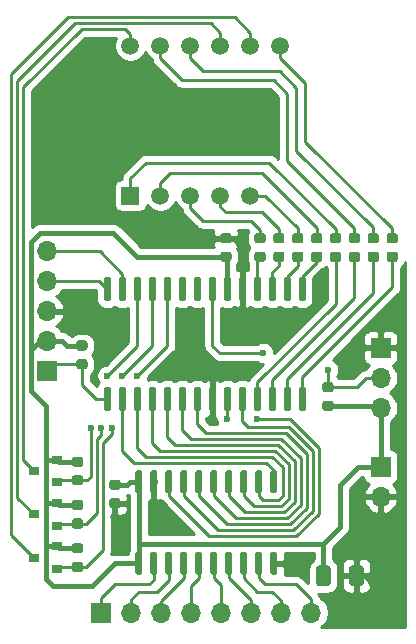
<source format=gbr>
%TF.GenerationSoftware,KiCad,Pcbnew,(5.1.10)-1*%
%TF.CreationDate,2021-06-06T23:17:19+07:00*%
%TF.ProjectId,busdisplay_r2,62757364-6973-4706-9c61-795f72322e6b,3*%
%TF.SameCoordinates,Original*%
%TF.FileFunction,Copper,L1,Top*%
%TF.FilePolarity,Positive*%
%FSLAX46Y46*%
G04 Gerber Fmt 4.6, Leading zero omitted, Abs format (unit mm)*
G04 Created by KiCad (PCBNEW (5.1.10)-1) date 2021-06-06 23:17:19*
%MOMM*%
%LPD*%
G01*
G04 APERTURE LIST*
%TA.AperFunction,SMDPad,CuDef*%
%ADD10R,0.900000X0.800000*%
%TD*%
%TA.AperFunction,ComponentPad*%
%ADD11C,1.500000*%
%TD*%
%TA.AperFunction,ComponentPad*%
%ADD12R,1.500000X1.500000*%
%TD*%
%TA.AperFunction,ComponentPad*%
%ADD13O,1.700000X1.700000*%
%TD*%
%TA.AperFunction,ComponentPad*%
%ADD14R,1.700000X1.700000*%
%TD*%
%TA.AperFunction,ViaPad*%
%ADD15C,0.800000*%
%TD*%
%TA.AperFunction,ViaPad*%
%ADD16C,0.600000*%
%TD*%
%TA.AperFunction,Conductor*%
%ADD17C,0.400000*%
%TD*%
%TA.AperFunction,Conductor*%
%ADD18C,0.250000*%
%TD*%
%TA.AperFunction,Conductor*%
%ADD19C,0.254000*%
%TD*%
%TA.AperFunction,Conductor*%
%ADD20C,0.100000*%
%TD*%
G04 APERTURE END LIST*
%TO.P,C3,2*%
%TO.N,GND*%
%TA.AperFunction,SMDPad,CuDef*%
G36*
G01*
X63005000Y-78412500D02*
X63005000Y-77162500D01*
G75*
G02*
X63255000Y-76912500I250000J0D01*
G01*
X64005000Y-76912500D01*
G75*
G02*
X64255000Y-77162500I0J-250000D01*
G01*
X64255000Y-78412500D01*
G75*
G02*
X64005000Y-78662500I-250000J0D01*
G01*
X63255000Y-78662500D01*
G75*
G02*
X63005000Y-78412500I0J250000D01*
G01*
G37*
%TD.AperFunction*%
%TO.P,C3,1*%
%TO.N,+5V*%
%TA.AperFunction,SMDPad,CuDef*%
G36*
G01*
X60205000Y-78412500D02*
X60205000Y-77162500D01*
G75*
G02*
X60455000Y-76912500I250000J0D01*
G01*
X61205000Y-76912500D01*
G75*
G02*
X61455000Y-77162500I0J-250000D01*
G01*
X61455000Y-78412500D01*
G75*
G02*
X61205000Y-78662500I-250000J0D01*
G01*
X60455000Y-78662500D01*
G75*
G02*
X60205000Y-78412500I0J250000D01*
G01*
G37*
%TD.AperFunction*%
%TD*%
%TO.P,U1,28*%
%TO.N,Net-(J2-Pad4)*%
%TA.AperFunction,SMDPad,CuDef*%
G36*
G01*
X42695000Y-54541000D02*
X42395000Y-54541000D01*
G75*
G02*
X42245000Y-54391000I0J150000D01*
G01*
X42245000Y-52641000D01*
G75*
G02*
X42395000Y-52491000I150000J0D01*
G01*
X42695000Y-52491000D01*
G75*
G02*
X42845000Y-52641000I0J-150000D01*
G01*
X42845000Y-54391000D01*
G75*
G02*
X42695000Y-54541000I-150000J0D01*
G01*
G37*
%TD.AperFunction*%
%TO.P,U1,27*%
%TO.N,Net-(J2-Pad5)*%
%TA.AperFunction,SMDPad,CuDef*%
G36*
G01*
X43965000Y-54541000D02*
X43665000Y-54541000D01*
G75*
G02*
X43515000Y-54391000I0J150000D01*
G01*
X43515000Y-52641000D01*
G75*
G02*
X43665000Y-52491000I150000J0D01*
G01*
X43965000Y-52491000D01*
G75*
G02*
X44115000Y-52641000I0J-150000D01*
G01*
X44115000Y-54391000D01*
G75*
G02*
X43965000Y-54541000I-150000J0D01*
G01*
G37*
%TD.AperFunction*%
%TO.P,U1,26*%
%TO.N,DIG1*%
%TA.AperFunction,SMDPad,CuDef*%
G36*
G01*
X45235000Y-54541000D02*
X44935000Y-54541000D01*
G75*
G02*
X44785000Y-54391000I0J150000D01*
G01*
X44785000Y-52641000D01*
G75*
G02*
X44935000Y-52491000I150000J0D01*
G01*
X45235000Y-52491000D01*
G75*
G02*
X45385000Y-52641000I0J-150000D01*
G01*
X45385000Y-54391000D01*
G75*
G02*
X45235000Y-54541000I-150000J0D01*
G01*
G37*
%TD.AperFunction*%
%TO.P,U1,25*%
%TO.N,DIG2*%
%TA.AperFunction,SMDPad,CuDef*%
G36*
G01*
X46505000Y-54541000D02*
X46205000Y-54541000D01*
G75*
G02*
X46055000Y-54391000I0J150000D01*
G01*
X46055000Y-52641000D01*
G75*
G02*
X46205000Y-52491000I150000J0D01*
G01*
X46505000Y-52491000D01*
G75*
G02*
X46655000Y-52641000I0J-150000D01*
G01*
X46655000Y-54391000D01*
G75*
G02*
X46505000Y-54541000I-150000J0D01*
G01*
G37*
%TD.AperFunction*%
%TO.P,U1,24*%
%TO.N,DIG3*%
%TA.AperFunction,SMDPad,CuDef*%
G36*
G01*
X47775000Y-54541000D02*
X47475000Y-54541000D01*
G75*
G02*
X47325000Y-54391000I0J150000D01*
G01*
X47325000Y-52641000D01*
G75*
G02*
X47475000Y-52491000I150000J0D01*
G01*
X47775000Y-52491000D01*
G75*
G02*
X47925000Y-52641000I0J-150000D01*
G01*
X47925000Y-54391000D01*
G75*
G02*
X47775000Y-54541000I-150000J0D01*
G01*
G37*
%TD.AperFunction*%
%TO.P,U1,23*%
%TO.N,Net-(U1-Pad23)*%
%TA.AperFunction,SMDPad,CuDef*%
G36*
G01*
X49045000Y-54541000D02*
X48745000Y-54541000D01*
G75*
G02*
X48595000Y-54391000I0J150000D01*
G01*
X48595000Y-52641000D01*
G75*
G02*
X48745000Y-52491000I150000J0D01*
G01*
X49045000Y-52491000D01*
G75*
G02*
X49195000Y-52641000I0J-150000D01*
G01*
X49195000Y-54391000D01*
G75*
G02*
X49045000Y-54541000I-150000J0D01*
G01*
G37*
%TD.AperFunction*%
%TO.P,U1,22*%
%TO.N,Net-(U1-Pad22)*%
%TA.AperFunction,SMDPad,CuDef*%
G36*
G01*
X50315000Y-54541000D02*
X50015000Y-54541000D01*
G75*
G02*
X49865000Y-54391000I0J150000D01*
G01*
X49865000Y-52641000D01*
G75*
G02*
X50015000Y-52491000I150000J0D01*
G01*
X50315000Y-52491000D01*
G75*
G02*
X50465000Y-52641000I0J-150000D01*
G01*
X50465000Y-54391000D01*
G75*
G02*
X50315000Y-54541000I-150000J0D01*
G01*
G37*
%TD.AperFunction*%
%TO.P,U1,21*%
%TO.N,Net-(J1-Pad2)*%
%TA.AperFunction,SMDPad,CuDef*%
G36*
G01*
X51585000Y-54541000D02*
X51285000Y-54541000D01*
G75*
G02*
X51135000Y-54391000I0J150000D01*
G01*
X51135000Y-52641000D01*
G75*
G02*
X51285000Y-52491000I150000J0D01*
G01*
X51585000Y-52491000D01*
G75*
G02*
X51735000Y-52641000I0J-150000D01*
G01*
X51735000Y-54391000D01*
G75*
G02*
X51585000Y-54541000I-150000J0D01*
G01*
G37*
%TD.AperFunction*%
%TO.P,U1,20*%
%TO.N,+5V*%
%TA.AperFunction,SMDPad,CuDef*%
G36*
G01*
X52855000Y-54541000D02*
X52555000Y-54541000D01*
G75*
G02*
X52405000Y-54391000I0J150000D01*
G01*
X52405000Y-52641000D01*
G75*
G02*
X52555000Y-52491000I150000J0D01*
G01*
X52855000Y-52491000D01*
G75*
G02*
X53005000Y-52641000I0J-150000D01*
G01*
X53005000Y-54391000D01*
G75*
G02*
X52855000Y-54541000I-150000J0D01*
G01*
G37*
%TD.AperFunction*%
%TO.P,U1,19*%
%TO.N,GND*%
%TA.AperFunction,SMDPad,CuDef*%
G36*
G01*
X54125000Y-54541000D02*
X53825000Y-54541000D01*
G75*
G02*
X53675000Y-54391000I0J150000D01*
G01*
X53675000Y-52641000D01*
G75*
G02*
X53825000Y-52491000I150000J0D01*
G01*
X54125000Y-52491000D01*
G75*
G02*
X54275000Y-52641000I0J-150000D01*
G01*
X54275000Y-54391000D01*
G75*
G02*
X54125000Y-54541000I-150000J0D01*
G01*
G37*
%TD.AperFunction*%
%TO.P,U1,18*%
%TO.N,DP*%
%TA.AperFunction,SMDPad,CuDef*%
G36*
G01*
X55395000Y-54541000D02*
X55095000Y-54541000D01*
G75*
G02*
X54945000Y-54391000I0J150000D01*
G01*
X54945000Y-52641000D01*
G75*
G02*
X55095000Y-52491000I150000J0D01*
G01*
X55395000Y-52491000D01*
G75*
G02*
X55545000Y-52641000I0J-150000D01*
G01*
X55545000Y-54391000D01*
G75*
G02*
X55395000Y-54541000I-150000J0D01*
G01*
G37*
%TD.AperFunction*%
%TO.P,U1,17*%
%TO.N,C*%
%TA.AperFunction,SMDPad,CuDef*%
G36*
G01*
X56665000Y-54541000D02*
X56365000Y-54541000D01*
G75*
G02*
X56215000Y-54391000I0J150000D01*
G01*
X56215000Y-52641000D01*
G75*
G02*
X56365000Y-52491000I150000J0D01*
G01*
X56665000Y-52491000D01*
G75*
G02*
X56815000Y-52641000I0J-150000D01*
G01*
X56815000Y-54391000D01*
G75*
G02*
X56665000Y-54541000I-150000J0D01*
G01*
G37*
%TD.AperFunction*%
%TO.P,U1,16*%
%TO.N,G*%
%TA.AperFunction,SMDPad,CuDef*%
G36*
G01*
X57935000Y-54541000D02*
X57635000Y-54541000D01*
G75*
G02*
X57485000Y-54391000I0J150000D01*
G01*
X57485000Y-52641000D01*
G75*
G02*
X57635000Y-52491000I150000J0D01*
G01*
X57935000Y-52491000D01*
G75*
G02*
X58085000Y-52641000I0J-150000D01*
G01*
X58085000Y-54391000D01*
G75*
G02*
X57935000Y-54541000I-150000J0D01*
G01*
G37*
%TD.AperFunction*%
%TO.P,U1,15*%
%TO.N,D*%
%TA.AperFunction,SMDPad,CuDef*%
G36*
G01*
X59205000Y-54541000D02*
X58905000Y-54541000D01*
G75*
G02*
X58755000Y-54391000I0J150000D01*
G01*
X58755000Y-52641000D01*
G75*
G02*
X58905000Y-52491000I150000J0D01*
G01*
X59205000Y-52491000D01*
G75*
G02*
X59355000Y-52641000I0J-150000D01*
G01*
X59355000Y-54391000D01*
G75*
G02*
X59205000Y-54541000I-150000J0D01*
G01*
G37*
%TD.AperFunction*%
%TO.P,U1,14*%
%TO.N,B*%
%TA.AperFunction,SMDPad,CuDef*%
G36*
G01*
X59205000Y-63841000D02*
X58905000Y-63841000D01*
G75*
G02*
X58755000Y-63691000I0J150000D01*
G01*
X58755000Y-61941000D01*
G75*
G02*
X58905000Y-61791000I150000J0D01*
G01*
X59205000Y-61791000D01*
G75*
G02*
X59355000Y-61941000I0J-150000D01*
G01*
X59355000Y-63691000D01*
G75*
G02*
X59205000Y-63841000I-150000J0D01*
G01*
G37*
%TD.AperFunction*%
%TO.P,U1,13*%
%TO.N,F*%
%TA.AperFunction,SMDPad,CuDef*%
G36*
G01*
X57935000Y-63841000D02*
X57635000Y-63841000D01*
G75*
G02*
X57485000Y-63691000I0J150000D01*
G01*
X57485000Y-61941000D01*
G75*
G02*
X57635000Y-61791000I150000J0D01*
G01*
X57935000Y-61791000D01*
G75*
G02*
X58085000Y-61941000I0J-150000D01*
G01*
X58085000Y-63691000D01*
G75*
G02*
X57935000Y-63841000I-150000J0D01*
G01*
G37*
%TD.AperFunction*%
%TO.P,U1,12*%
%TO.N,A*%
%TA.AperFunction,SMDPad,CuDef*%
G36*
G01*
X56665000Y-63841000D02*
X56365000Y-63841000D01*
G75*
G02*
X56215000Y-63691000I0J150000D01*
G01*
X56215000Y-61941000D01*
G75*
G02*
X56365000Y-61791000I150000J0D01*
G01*
X56665000Y-61791000D01*
G75*
G02*
X56815000Y-61941000I0J-150000D01*
G01*
X56815000Y-63691000D01*
G75*
G02*
X56665000Y-63841000I-150000J0D01*
G01*
G37*
%TD.AperFunction*%
%TO.P,U1,11*%
%TO.N,E*%
%TA.AperFunction,SMDPad,CuDef*%
G36*
G01*
X55395000Y-63841000D02*
X55095000Y-63841000D01*
G75*
G02*
X54945000Y-63691000I0J150000D01*
G01*
X54945000Y-61941000D01*
G75*
G02*
X55095000Y-61791000I150000J0D01*
G01*
X55395000Y-61791000D01*
G75*
G02*
X55545000Y-61941000I0J-150000D01*
G01*
X55545000Y-63691000D01*
G75*
G02*
X55395000Y-63841000I-150000J0D01*
G01*
G37*
%TD.AperFunction*%
%TO.P,U1,10*%
%TO.N,BUF6*%
%TA.AperFunction,SMDPad,CuDef*%
G36*
G01*
X54125000Y-63841000D02*
X53825000Y-63841000D01*
G75*
G02*
X53675000Y-63691000I0J150000D01*
G01*
X53675000Y-61941000D01*
G75*
G02*
X53825000Y-61791000I150000J0D01*
G01*
X54125000Y-61791000D01*
G75*
G02*
X54275000Y-61941000I0J-150000D01*
G01*
X54275000Y-63691000D01*
G75*
G02*
X54125000Y-63841000I-150000J0D01*
G01*
G37*
%TD.AperFunction*%
%TO.P,U1,9*%
%TO.N,BUF7*%
%TA.AperFunction,SMDPad,CuDef*%
G36*
G01*
X52855000Y-63841000D02*
X52555000Y-63841000D01*
G75*
G02*
X52405000Y-63691000I0J150000D01*
G01*
X52405000Y-61941000D01*
G75*
G02*
X52555000Y-61791000I150000J0D01*
G01*
X52855000Y-61791000D01*
G75*
G02*
X53005000Y-61941000I0J-150000D01*
G01*
X53005000Y-63691000D01*
G75*
G02*
X52855000Y-63841000I-150000J0D01*
G01*
G37*
%TD.AperFunction*%
%TO.P,U1,8*%
%TO.N,GND*%
%TA.AperFunction,SMDPad,CuDef*%
G36*
G01*
X51585000Y-63841000D02*
X51285000Y-63841000D01*
G75*
G02*
X51135000Y-63691000I0J150000D01*
G01*
X51135000Y-61941000D01*
G75*
G02*
X51285000Y-61791000I150000J0D01*
G01*
X51585000Y-61791000D01*
G75*
G02*
X51735000Y-61941000I0J-150000D01*
G01*
X51735000Y-63691000D01*
G75*
G02*
X51585000Y-63841000I-150000J0D01*
G01*
G37*
%TD.AperFunction*%
%TO.P,U1,7*%
%TO.N,BUF5*%
%TA.AperFunction,SMDPad,CuDef*%
G36*
G01*
X50315000Y-63841000D02*
X50015000Y-63841000D01*
G75*
G02*
X49865000Y-63691000I0J150000D01*
G01*
X49865000Y-61941000D01*
G75*
G02*
X50015000Y-61791000I150000J0D01*
G01*
X50315000Y-61791000D01*
G75*
G02*
X50465000Y-61941000I0J-150000D01*
G01*
X50465000Y-63691000D01*
G75*
G02*
X50315000Y-63841000I-150000J0D01*
G01*
G37*
%TD.AperFunction*%
%TO.P,U1,6*%
%TO.N,BUF4*%
%TA.AperFunction,SMDPad,CuDef*%
G36*
G01*
X49045000Y-63841000D02*
X48745000Y-63841000D01*
G75*
G02*
X48595000Y-63691000I0J150000D01*
G01*
X48595000Y-61941000D01*
G75*
G02*
X48745000Y-61791000I150000J0D01*
G01*
X49045000Y-61791000D01*
G75*
G02*
X49195000Y-61941000I0J-150000D01*
G01*
X49195000Y-63691000D01*
G75*
G02*
X49045000Y-63841000I-150000J0D01*
G01*
G37*
%TD.AperFunction*%
%TO.P,U1,5*%
%TO.N,BUF3*%
%TA.AperFunction,SMDPad,CuDef*%
G36*
G01*
X47775000Y-63841000D02*
X47475000Y-63841000D01*
G75*
G02*
X47325000Y-63691000I0J150000D01*
G01*
X47325000Y-61941000D01*
G75*
G02*
X47475000Y-61791000I150000J0D01*
G01*
X47775000Y-61791000D01*
G75*
G02*
X47925000Y-61941000I0J-150000D01*
G01*
X47925000Y-63691000D01*
G75*
G02*
X47775000Y-63841000I-150000J0D01*
G01*
G37*
%TD.AperFunction*%
%TO.P,U1,4*%
%TO.N,BUF2*%
%TA.AperFunction,SMDPad,CuDef*%
G36*
G01*
X46505000Y-63841000D02*
X46205000Y-63841000D01*
G75*
G02*
X46055000Y-63691000I0J150000D01*
G01*
X46055000Y-61941000D01*
G75*
G02*
X46205000Y-61791000I150000J0D01*
G01*
X46505000Y-61791000D01*
G75*
G02*
X46655000Y-61941000I0J-150000D01*
G01*
X46655000Y-63691000D01*
G75*
G02*
X46505000Y-63841000I-150000J0D01*
G01*
G37*
%TD.AperFunction*%
%TO.P,U1,3*%
%TO.N,BUF1*%
%TA.AperFunction,SMDPad,CuDef*%
G36*
G01*
X45235000Y-63841000D02*
X44935000Y-63841000D01*
G75*
G02*
X44785000Y-63691000I0J150000D01*
G01*
X44785000Y-61941000D01*
G75*
G02*
X44935000Y-61791000I150000J0D01*
G01*
X45235000Y-61791000D01*
G75*
G02*
X45385000Y-61941000I0J-150000D01*
G01*
X45385000Y-63691000D01*
G75*
G02*
X45235000Y-63841000I-150000J0D01*
G01*
G37*
%TD.AperFunction*%
%TO.P,U1,2*%
%TO.N,BUF0*%
%TA.AperFunction,SMDPad,CuDef*%
G36*
G01*
X43965000Y-63841000D02*
X43665000Y-63841000D01*
G75*
G02*
X43515000Y-63691000I0J150000D01*
G01*
X43515000Y-61941000D01*
G75*
G02*
X43665000Y-61791000I150000J0D01*
G01*
X43965000Y-61791000D01*
G75*
G02*
X44115000Y-61941000I0J-150000D01*
G01*
X44115000Y-63691000D01*
G75*
G02*
X43965000Y-63841000I-150000J0D01*
G01*
G37*
%TD.AperFunction*%
%TO.P,U1,1*%
%TO.N,~MCLR*%
%TA.AperFunction,SMDPad,CuDef*%
G36*
G01*
X42695000Y-63841000D02*
X42395000Y-63841000D01*
G75*
G02*
X42245000Y-63691000I0J150000D01*
G01*
X42245000Y-61941000D01*
G75*
G02*
X42395000Y-61791000I150000J0D01*
G01*
X42695000Y-61791000D01*
G75*
G02*
X42845000Y-61941000I0J-150000D01*
G01*
X42845000Y-63691000D01*
G75*
G02*
X42695000Y-63841000I-150000J0D01*
G01*
G37*
%TD.AperFunction*%
%TD*%
%TO.P,U2,1*%
%TO.N,+5V*%
%TA.AperFunction,SMDPad,CuDef*%
G36*
G01*
X45362000Y-77729000D02*
X45062000Y-77729000D01*
G75*
G02*
X44912000Y-77579000I0J150000D01*
G01*
X44912000Y-75904000D01*
G75*
G02*
X45062000Y-75754000I150000J0D01*
G01*
X45362000Y-75754000D01*
G75*
G02*
X45512000Y-75904000I0J-150000D01*
G01*
X45512000Y-77579000D01*
G75*
G02*
X45362000Y-77729000I-150000J0D01*
G01*
G37*
%TD.AperFunction*%
%TO.P,U2,2*%
%TO.N,Net-(J3-Pad1)*%
%TA.AperFunction,SMDPad,CuDef*%
G36*
G01*
X46632000Y-77729000D02*
X46332000Y-77729000D01*
G75*
G02*
X46182000Y-77579000I0J150000D01*
G01*
X46182000Y-75904000D01*
G75*
G02*
X46332000Y-75754000I150000J0D01*
G01*
X46632000Y-75754000D01*
G75*
G02*
X46782000Y-75904000I0J-150000D01*
G01*
X46782000Y-77579000D01*
G75*
G02*
X46632000Y-77729000I-150000J0D01*
G01*
G37*
%TD.AperFunction*%
%TO.P,U2,3*%
%TO.N,Net-(J3-Pad2)*%
%TA.AperFunction,SMDPad,CuDef*%
G36*
G01*
X47902000Y-77729000D02*
X47602000Y-77729000D01*
G75*
G02*
X47452000Y-77579000I0J150000D01*
G01*
X47452000Y-75904000D01*
G75*
G02*
X47602000Y-75754000I150000J0D01*
G01*
X47902000Y-75754000D01*
G75*
G02*
X48052000Y-75904000I0J-150000D01*
G01*
X48052000Y-77579000D01*
G75*
G02*
X47902000Y-77729000I-150000J0D01*
G01*
G37*
%TD.AperFunction*%
%TO.P,U2,4*%
%TO.N,Net-(J3-Pad3)*%
%TA.AperFunction,SMDPad,CuDef*%
G36*
G01*
X49172000Y-77729000D02*
X48872000Y-77729000D01*
G75*
G02*
X48722000Y-77579000I0J150000D01*
G01*
X48722000Y-75904000D01*
G75*
G02*
X48872000Y-75754000I150000J0D01*
G01*
X49172000Y-75754000D01*
G75*
G02*
X49322000Y-75904000I0J-150000D01*
G01*
X49322000Y-77579000D01*
G75*
G02*
X49172000Y-77729000I-150000J0D01*
G01*
G37*
%TD.AperFunction*%
%TO.P,U2,5*%
%TO.N,Net-(J3-Pad4)*%
%TA.AperFunction,SMDPad,CuDef*%
G36*
G01*
X50442000Y-77729000D02*
X50142000Y-77729000D01*
G75*
G02*
X49992000Y-77579000I0J150000D01*
G01*
X49992000Y-75904000D01*
G75*
G02*
X50142000Y-75754000I150000J0D01*
G01*
X50442000Y-75754000D01*
G75*
G02*
X50592000Y-75904000I0J-150000D01*
G01*
X50592000Y-77579000D01*
G75*
G02*
X50442000Y-77729000I-150000J0D01*
G01*
G37*
%TD.AperFunction*%
%TO.P,U2,6*%
%TO.N,Net-(J3-Pad5)*%
%TA.AperFunction,SMDPad,CuDef*%
G36*
G01*
X51712000Y-77729000D02*
X51412000Y-77729000D01*
G75*
G02*
X51262000Y-77579000I0J150000D01*
G01*
X51262000Y-75904000D01*
G75*
G02*
X51412000Y-75754000I150000J0D01*
G01*
X51712000Y-75754000D01*
G75*
G02*
X51862000Y-75904000I0J-150000D01*
G01*
X51862000Y-77579000D01*
G75*
G02*
X51712000Y-77729000I-150000J0D01*
G01*
G37*
%TD.AperFunction*%
%TO.P,U2,7*%
%TO.N,Net-(J3-Pad6)*%
%TA.AperFunction,SMDPad,CuDef*%
G36*
G01*
X52982000Y-77729000D02*
X52682000Y-77729000D01*
G75*
G02*
X52532000Y-77579000I0J150000D01*
G01*
X52532000Y-75904000D01*
G75*
G02*
X52682000Y-75754000I150000J0D01*
G01*
X52982000Y-75754000D01*
G75*
G02*
X53132000Y-75904000I0J-150000D01*
G01*
X53132000Y-77579000D01*
G75*
G02*
X52982000Y-77729000I-150000J0D01*
G01*
G37*
%TD.AperFunction*%
%TO.P,U2,8*%
%TO.N,Net-(J3-Pad7)*%
%TA.AperFunction,SMDPad,CuDef*%
G36*
G01*
X54252000Y-77729000D02*
X53952000Y-77729000D01*
G75*
G02*
X53802000Y-77579000I0J150000D01*
G01*
X53802000Y-75904000D01*
G75*
G02*
X53952000Y-75754000I150000J0D01*
G01*
X54252000Y-75754000D01*
G75*
G02*
X54402000Y-75904000I0J-150000D01*
G01*
X54402000Y-77579000D01*
G75*
G02*
X54252000Y-77729000I-150000J0D01*
G01*
G37*
%TD.AperFunction*%
%TO.P,U2,9*%
%TO.N,Net-(J3-Pad8)*%
%TA.AperFunction,SMDPad,CuDef*%
G36*
G01*
X55522000Y-77729000D02*
X55222000Y-77729000D01*
G75*
G02*
X55072000Y-77579000I0J150000D01*
G01*
X55072000Y-75904000D01*
G75*
G02*
X55222000Y-75754000I150000J0D01*
G01*
X55522000Y-75754000D01*
G75*
G02*
X55672000Y-75904000I0J-150000D01*
G01*
X55672000Y-77579000D01*
G75*
G02*
X55522000Y-77729000I-150000J0D01*
G01*
G37*
%TD.AperFunction*%
%TO.P,U2,10*%
%TO.N,GND*%
%TA.AperFunction,SMDPad,CuDef*%
G36*
G01*
X56792000Y-77729000D02*
X56492000Y-77729000D01*
G75*
G02*
X56342000Y-77579000I0J150000D01*
G01*
X56342000Y-75904000D01*
G75*
G02*
X56492000Y-75754000I150000J0D01*
G01*
X56792000Y-75754000D01*
G75*
G02*
X56942000Y-75904000I0J-150000D01*
G01*
X56942000Y-77579000D01*
G75*
G02*
X56792000Y-77729000I-150000J0D01*
G01*
G37*
%TD.AperFunction*%
%TO.P,U2,11*%
%TO.N,BUF0*%
%TA.AperFunction,SMDPad,CuDef*%
G36*
G01*
X56792000Y-70804000D02*
X56492000Y-70804000D01*
G75*
G02*
X56342000Y-70654000I0J150000D01*
G01*
X56342000Y-68979000D01*
G75*
G02*
X56492000Y-68829000I150000J0D01*
G01*
X56792000Y-68829000D01*
G75*
G02*
X56942000Y-68979000I0J-150000D01*
G01*
X56942000Y-70654000D01*
G75*
G02*
X56792000Y-70804000I-150000J0D01*
G01*
G37*
%TD.AperFunction*%
%TO.P,U2,12*%
%TO.N,BUF1*%
%TA.AperFunction,SMDPad,CuDef*%
G36*
G01*
X55522000Y-70804000D02*
X55222000Y-70804000D01*
G75*
G02*
X55072000Y-70654000I0J150000D01*
G01*
X55072000Y-68979000D01*
G75*
G02*
X55222000Y-68829000I150000J0D01*
G01*
X55522000Y-68829000D01*
G75*
G02*
X55672000Y-68979000I0J-150000D01*
G01*
X55672000Y-70654000D01*
G75*
G02*
X55522000Y-70804000I-150000J0D01*
G01*
G37*
%TD.AperFunction*%
%TO.P,U2,13*%
%TO.N,BUF2*%
%TA.AperFunction,SMDPad,CuDef*%
G36*
G01*
X54252000Y-70804000D02*
X53952000Y-70804000D01*
G75*
G02*
X53802000Y-70654000I0J150000D01*
G01*
X53802000Y-68979000D01*
G75*
G02*
X53952000Y-68829000I150000J0D01*
G01*
X54252000Y-68829000D01*
G75*
G02*
X54402000Y-68979000I0J-150000D01*
G01*
X54402000Y-70654000D01*
G75*
G02*
X54252000Y-70804000I-150000J0D01*
G01*
G37*
%TD.AperFunction*%
%TO.P,U2,14*%
%TO.N,BUF3*%
%TA.AperFunction,SMDPad,CuDef*%
G36*
G01*
X52982000Y-70804000D02*
X52682000Y-70804000D01*
G75*
G02*
X52532000Y-70654000I0J150000D01*
G01*
X52532000Y-68979000D01*
G75*
G02*
X52682000Y-68829000I150000J0D01*
G01*
X52982000Y-68829000D01*
G75*
G02*
X53132000Y-68979000I0J-150000D01*
G01*
X53132000Y-70654000D01*
G75*
G02*
X52982000Y-70804000I-150000J0D01*
G01*
G37*
%TD.AperFunction*%
%TO.P,U2,15*%
%TO.N,BUF4*%
%TA.AperFunction,SMDPad,CuDef*%
G36*
G01*
X51712000Y-70804000D02*
X51412000Y-70804000D01*
G75*
G02*
X51262000Y-70654000I0J150000D01*
G01*
X51262000Y-68979000D01*
G75*
G02*
X51412000Y-68829000I150000J0D01*
G01*
X51712000Y-68829000D01*
G75*
G02*
X51862000Y-68979000I0J-150000D01*
G01*
X51862000Y-70654000D01*
G75*
G02*
X51712000Y-70804000I-150000J0D01*
G01*
G37*
%TD.AperFunction*%
%TO.P,U2,16*%
%TO.N,BUF5*%
%TA.AperFunction,SMDPad,CuDef*%
G36*
G01*
X50442000Y-70804000D02*
X50142000Y-70804000D01*
G75*
G02*
X49992000Y-70654000I0J150000D01*
G01*
X49992000Y-68979000D01*
G75*
G02*
X50142000Y-68829000I150000J0D01*
G01*
X50442000Y-68829000D01*
G75*
G02*
X50592000Y-68979000I0J-150000D01*
G01*
X50592000Y-70654000D01*
G75*
G02*
X50442000Y-70804000I-150000J0D01*
G01*
G37*
%TD.AperFunction*%
%TO.P,U2,17*%
%TO.N,BUF6*%
%TA.AperFunction,SMDPad,CuDef*%
G36*
G01*
X49172000Y-70804000D02*
X48872000Y-70804000D01*
G75*
G02*
X48722000Y-70654000I0J150000D01*
G01*
X48722000Y-68979000D01*
G75*
G02*
X48872000Y-68829000I150000J0D01*
G01*
X49172000Y-68829000D01*
G75*
G02*
X49322000Y-68979000I0J-150000D01*
G01*
X49322000Y-70654000D01*
G75*
G02*
X49172000Y-70804000I-150000J0D01*
G01*
G37*
%TD.AperFunction*%
%TO.P,U2,18*%
%TO.N,BUF7*%
%TA.AperFunction,SMDPad,CuDef*%
G36*
G01*
X47902000Y-70804000D02*
X47602000Y-70804000D01*
G75*
G02*
X47452000Y-70654000I0J150000D01*
G01*
X47452000Y-68979000D01*
G75*
G02*
X47602000Y-68829000I150000J0D01*
G01*
X47902000Y-68829000D01*
G75*
G02*
X48052000Y-68979000I0J-150000D01*
G01*
X48052000Y-70654000D01*
G75*
G02*
X47902000Y-70804000I-150000J0D01*
G01*
G37*
%TD.AperFunction*%
%TO.P,U2,19*%
%TO.N,GND*%
%TA.AperFunction,SMDPad,CuDef*%
G36*
G01*
X46632000Y-70804000D02*
X46332000Y-70804000D01*
G75*
G02*
X46182000Y-70654000I0J150000D01*
G01*
X46182000Y-68979000D01*
G75*
G02*
X46332000Y-68829000I150000J0D01*
G01*
X46632000Y-68829000D01*
G75*
G02*
X46782000Y-68979000I0J-150000D01*
G01*
X46782000Y-70654000D01*
G75*
G02*
X46632000Y-70804000I-150000J0D01*
G01*
G37*
%TD.AperFunction*%
%TO.P,U2,20*%
%TO.N,+5V*%
%TA.AperFunction,SMDPad,CuDef*%
G36*
G01*
X45362000Y-70804000D02*
X45062000Y-70804000D01*
G75*
G02*
X44912000Y-70654000I0J150000D01*
G01*
X44912000Y-68979000D01*
G75*
G02*
X45062000Y-68829000I150000J0D01*
G01*
X45362000Y-68829000D01*
G75*
G02*
X45512000Y-68979000I0J-150000D01*
G01*
X45512000Y-70654000D01*
G75*
G02*
X45362000Y-70804000I-150000J0D01*
G01*
G37*
%TD.AperFunction*%
%TD*%
%TO.P,R13,2*%
%TO.N,Net-(LED1-Pad3)*%
%TA.AperFunction,SMDPad,CuDef*%
G36*
G01*
X55720250Y-49650000D02*
X55207750Y-49650000D01*
G75*
G02*
X54989000Y-49431250I0J218750D01*
G01*
X54989000Y-48993750D01*
G75*
G02*
X55207750Y-48775000I218750J0D01*
G01*
X55720250Y-48775000D01*
G75*
G02*
X55939000Y-48993750I0J-218750D01*
G01*
X55939000Y-49431250D01*
G75*
G02*
X55720250Y-49650000I-218750J0D01*
G01*
G37*
%TD.AperFunction*%
%TO.P,R13,1*%
%TO.N,DP*%
%TA.AperFunction,SMDPad,CuDef*%
G36*
G01*
X55720250Y-51225000D02*
X55207750Y-51225000D01*
G75*
G02*
X54989000Y-51006250I0J218750D01*
G01*
X54989000Y-50568750D01*
G75*
G02*
X55207750Y-50350000I218750J0D01*
G01*
X55720250Y-50350000D01*
G75*
G02*
X55939000Y-50568750I0J-218750D01*
G01*
X55939000Y-51006250D01*
G75*
G02*
X55720250Y-51225000I-218750J0D01*
G01*
G37*
%TD.AperFunction*%
%TD*%
%TO.P,R12,2*%
%TO.N,Net-(LED1-Pad5)*%
%TA.AperFunction,SMDPad,CuDef*%
G36*
G01*
X58920250Y-49650000D02*
X58407750Y-49650000D01*
G75*
G02*
X58189000Y-49431250I0J218750D01*
G01*
X58189000Y-48993750D01*
G75*
G02*
X58407750Y-48775000I218750J0D01*
G01*
X58920250Y-48775000D01*
G75*
G02*
X59139000Y-48993750I0J-218750D01*
G01*
X59139000Y-49431250D01*
G75*
G02*
X58920250Y-49650000I-218750J0D01*
G01*
G37*
%TD.AperFunction*%
%TO.P,R12,1*%
%TO.N,G*%
%TA.AperFunction,SMDPad,CuDef*%
G36*
G01*
X58920250Y-51225000D02*
X58407750Y-51225000D01*
G75*
G02*
X58189000Y-51006250I0J218750D01*
G01*
X58189000Y-50568750D01*
G75*
G02*
X58407750Y-50350000I218750J0D01*
G01*
X58920250Y-50350000D01*
G75*
G02*
X59139000Y-50568750I0J-218750D01*
G01*
X59139000Y-51006250D01*
G75*
G02*
X58920250Y-51225000I-218750J0D01*
G01*
G37*
%TD.AperFunction*%
%TD*%
%TO.P,R11,2*%
%TO.N,Net-(LED1-Pad10)*%
%TA.AperFunction,SMDPad,CuDef*%
G36*
G01*
X65320250Y-49650000D02*
X64807750Y-49650000D01*
G75*
G02*
X64589000Y-49431250I0J218750D01*
G01*
X64589000Y-48993750D01*
G75*
G02*
X64807750Y-48775000I218750J0D01*
G01*
X65320250Y-48775000D01*
G75*
G02*
X65539000Y-48993750I0J-218750D01*
G01*
X65539000Y-49431250D01*
G75*
G02*
X65320250Y-49650000I-218750J0D01*
G01*
G37*
%TD.AperFunction*%
%TO.P,R11,1*%
%TO.N,F*%
%TA.AperFunction,SMDPad,CuDef*%
G36*
G01*
X65320250Y-51225000D02*
X64807750Y-51225000D01*
G75*
G02*
X64589000Y-51006250I0J218750D01*
G01*
X64589000Y-50568750D01*
G75*
G02*
X64807750Y-50350000I218750J0D01*
G01*
X65320250Y-50350000D01*
G75*
G02*
X65539000Y-50568750I0J-218750D01*
G01*
X65539000Y-51006250D01*
G75*
G02*
X65320250Y-51225000I-218750J0D01*
G01*
G37*
%TD.AperFunction*%
%TD*%
%TO.P,R10,2*%
%TO.N,Net-(LED1-Pad1)*%
%TA.AperFunction,SMDPad,CuDef*%
G36*
G01*
X62120250Y-49650000D02*
X61607750Y-49650000D01*
G75*
G02*
X61389000Y-49431250I0J218750D01*
G01*
X61389000Y-48993750D01*
G75*
G02*
X61607750Y-48775000I218750J0D01*
G01*
X62120250Y-48775000D01*
G75*
G02*
X62339000Y-48993750I0J-218750D01*
G01*
X62339000Y-49431250D01*
G75*
G02*
X62120250Y-49650000I-218750J0D01*
G01*
G37*
%TD.AperFunction*%
%TO.P,R10,1*%
%TO.N,E*%
%TA.AperFunction,SMDPad,CuDef*%
G36*
G01*
X62120250Y-51225000D02*
X61607750Y-51225000D01*
G75*
G02*
X61389000Y-51006250I0J218750D01*
G01*
X61389000Y-50568750D01*
G75*
G02*
X61607750Y-50350000I218750J0D01*
G01*
X62120250Y-50350000D01*
G75*
G02*
X62339000Y-50568750I0J-218750D01*
G01*
X62339000Y-51006250D01*
G75*
G02*
X62120250Y-51225000I-218750J0D01*
G01*
G37*
%TD.AperFunction*%
%TD*%
%TO.P,R9,2*%
%TO.N,Net-(LED1-Pad2)*%
%TA.AperFunction,SMDPad,CuDef*%
G36*
G01*
X60520250Y-49650000D02*
X60007750Y-49650000D01*
G75*
G02*
X59789000Y-49431250I0J218750D01*
G01*
X59789000Y-48993750D01*
G75*
G02*
X60007750Y-48775000I218750J0D01*
G01*
X60520250Y-48775000D01*
G75*
G02*
X60739000Y-48993750I0J-218750D01*
G01*
X60739000Y-49431250D01*
G75*
G02*
X60520250Y-49650000I-218750J0D01*
G01*
G37*
%TD.AperFunction*%
%TO.P,R9,1*%
%TO.N,D*%
%TA.AperFunction,SMDPad,CuDef*%
G36*
G01*
X60520250Y-51225000D02*
X60007750Y-51225000D01*
G75*
G02*
X59789000Y-51006250I0J218750D01*
G01*
X59789000Y-50568750D01*
G75*
G02*
X60007750Y-50350000I218750J0D01*
G01*
X60520250Y-50350000D01*
G75*
G02*
X60739000Y-50568750I0J-218750D01*
G01*
X60739000Y-51006250D01*
G75*
G02*
X60520250Y-51225000I-218750J0D01*
G01*
G37*
%TD.AperFunction*%
%TD*%
%TO.P,R8,2*%
%TO.N,Net-(LED1-Pad4)*%
%TA.AperFunction,SMDPad,CuDef*%
G36*
G01*
X57320250Y-49650000D02*
X56807750Y-49650000D01*
G75*
G02*
X56589000Y-49431250I0J218750D01*
G01*
X56589000Y-48993750D01*
G75*
G02*
X56807750Y-48775000I218750J0D01*
G01*
X57320250Y-48775000D01*
G75*
G02*
X57539000Y-48993750I0J-218750D01*
G01*
X57539000Y-49431250D01*
G75*
G02*
X57320250Y-49650000I-218750J0D01*
G01*
G37*
%TD.AperFunction*%
%TO.P,R8,1*%
%TO.N,C*%
%TA.AperFunction,SMDPad,CuDef*%
G36*
G01*
X57320250Y-51225000D02*
X56807750Y-51225000D01*
G75*
G02*
X56589000Y-51006250I0J218750D01*
G01*
X56589000Y-50568750D01*
G75*
G02*
X56807750Y-50350000I218750J0D01*
G01*
X57320250Y-50350000D01*
G75*
G02*
X57539000Y-50568750I0J-218750D01*
G01*
X57539000Y-51006250D01*
G75*
G02*
X57320250Y-51225000I-218750J0D01*
G01*
G37*
%TD.AperFunction*%
%TD*%
%TO.P,R7,2*%
%TO.N,Net-(LED1-Pad7)*%
%TA.AperFunction,SMDPad,CuDef*%
G36*
G01*
X66920250Y-49650000D02*
X66407750Y-49650000D01*
G75*
G02*
X66189000Y-49431250I0J218750D01*
G01*
X66189000Y-48993750D01*
G75*
G02*
X66407750Y-48775000I218750J0D01*
G01*
X66920250Y-48775000D01*
G75*
G02*
X67139000Y-48993750I0J-218750D01*
G01*
X67139000Y-49431250D01*
G75*
G02*
X66920250Y-49650000I-218750J0D01*
G01*
G37*
%TD.AperFunction*%
%TO.P,R7,1*%
%TO.N,B*%
%TA.AperFunction,SMDPad,CuDef*%
G36*
G01*
X66920250Y-51225000D02*
X66407750Y-51225000D01*
G75*
G02*
X66189000Y-51006250I0J218750D01*
G01*
X66189000Y-50568750D01*
G75*
G02*
X66407750Y-50350000I218750J0D01*
G01*
X66920250Y-50350000D01*
G75*
G02*
X67139000Y-50568750I0J-218750D01*
G01*
X67139000Y-51006250D01*
G75*
G02*
X66920250Y-51225000I-218750J0D01*
G01*
G37*
%TD.AperFunction*%
%TD*%
%TO.P,R6,2*%
%TO.N,Net-(LED1-Pad11)*%
%TA.AperFunction,SMDPad,CuDef*%
G36*
G01*
X63720250Y-49650000D02*
X63207750Y-49650000D01*
G75*
G02*
X62989000Y-49431250I0J218750D01*
G01*
X62989000Y-48993750D01*
G75*
G02*
X63207750Y-48775000I218750J0D01*
G01*
X63720250Y-48775000D01*
G75*
G02*
X63939000Y-48993750I0J-218750D01*
G01*
X63939000Y-49431250D01*
G75*
G02*
X63720250Y-49650000I-218750J0D01*
G01*
G37*
%TD.AperFunction*%
%TO.P,R6,1*%
%TO.N,A*%
%TA.AperFunction,SMDPad,CuDef*%
G36*
G01*
X63720250Y-51225000D02*
X63207750Y-51225000D01*
G75*
G02*
X62989000Y-51006250I0J218750D01*
G01*
X62989000Y-50568750D01*
G75*
G02*
X63207750Y-50350000I218750J0D01*
G01*
X63720250Y-50350000D01*
G75*
G02*
X63939000Y-50568750I0J-218750D01*
G01*
X63939000Y-51006250D01*
G75*
G02*
X63720250Y-51225000I-218750J0D01*
G01*
G37*
%TD.AperFunction*%
%TD*%
%TO.P,R5,2*%
%TO.N,DIG3*%
%TA.AperFunction,SMDPad,CuDef*%
G36*
G01*
X39759750Y-76602500D02*
X40272250Y-76602500D01*
G75*
G02*
X40491000Y-76821250I0J-218750D01*
G01*
X40491000Y-77258750D01*
G75*
G02*
X40272250Y-77477500I-218750J0D01*
G01*
X39759750Y-77477500D01*
G75*
G02*
X39541000Y-77258750I0J218750D01*
G01*
X39541000Y-76821250D01*
G75*
G02*
X39759750Y-76602500I218750J0D01*
G01*
G37*
%TD.AperFunction*%
%TO.P,R5,1*%
%TO.N,+5V*%
%TA.AperFunction,SMDPad,CuDef*%
G36*
G01*
X39759750Y-75027500D02*
X40272250Y-75027500D01*
G75*
G02*
X40491000Y-75246250I0J-218750D01*
G01*
X40491000Y-75683750D01*
G75*
G02*
X40272250Y-75902500I-218750J0D01*
G01*
X39759750Y-75902500D01*
G75*
G02*
X39541000Y-75683750I0J218750D01*
G01*
X39541000Y-75246250D01*
G75*
G02*
X39759750Y-75027500I218750J0D01*
G01*
G37*
%TD.AperFunction*%
%TD*%
%TO.P,R4,2*%
%TO.N,DIG2*%
%TA.AperFunction,SMDPad,CuDef*%
G36*
G01*
X39759750Y-72936500D02*
X40272250Y-72936500D01*
G75*
G02*
X40491000Y-73155250I0J-218750D01*
G01*
X40491000Y-73592750D01*
G75*
G02*
X40272250Y-73811500I-218750J0D01*
G01*
X39759750Y-73811500D01*
G75*
G02*
X39541000Y-73592750I0J218750D01*
G01*
X39541000Y-73155250D01*
G75*
G02*
X39759750Y-72936500I218750J0D01*
G01*
G37*
%TD.AperFunction*%
%TO.P,R4,1*%
%TO.N,+5V*%
%TA.AperFunction,SMDPad,CuDef*%
G36*
G01*
X39759750Y-71361500D02*
X40272250Y-71361500D01*
G75*
G02*
X40491000Y-71580250I0J-218750D01*
G01*
X40491000Y-72017750D01*
G75*
G02*
X40272250Y-72236500I-218750J0D01*
G01*
X39759750Y-72236500D01*
G75*
G02*
X39541000Y-72017750I0J218750D01*
G01*
X39541000Y-71580250D01*
G75*
G02*
X39759750Y-71361500I218750J0D01*
G01*
G37*
%TD.AperFunction*%
%TD*%
%TO.P,R3,2*%
%TO.N,DIG1*%
%TA.AperFunction,SMDPad,CuDef*%
G36*
G01*
X39759750Y-69270500D02*
X40272250Y-69270500D01*
G75*
G02*
X40491000Y-69489250I0J-218750D01*
G01*
X40491000Y-69926750D01*
G75*
G02*
X40272250Y-70145500I-218750J0D01*
G01*
X39759750Y-70145500D01*
G75*
G02*
X39541000Y-69926750I0J218750D01*
G01*
X39541000Y-69489250D01*
G75*
G02*
X39759750Y-69270500I218750J0D01*
G01*
G37*
%TD.AperFunction*%
%TO.P,R3,1*%
%TO.N,+5V*%
%TA.AperFunction,SMDPad,CuDef*%
G36*
G01*
X39759750Y-67695500D02*
X40272250Y-67695500D01*
G75*
G02*
X40491000Y-67914250I0J-218750D01*
G01*
X40491000Y-68351750D01*
G75*
G02*
X40272250Y-68570500I-218750J0D01*
G01*
X39759750Y-68570500D01*
G75*
G02*
X39541000Y-68351750I0J218750D01*
G01*
X39541000Y-67914250D01*
G75*
G02*
X39759750Y-67695500I218750J0D01*
G01*
G37*
%TD.AperFunction*%
%TD*%
%TO.P,R2,2*%
%TO.N,Net-(J1-Pad2)*%
%TA.AperFunction,SMDPad,CuDef*%
G36*
G01*
X61470250Y-62261000D02*
X60957750Y-62261000D01*
G75*
G02*
X60739000Y-62042250I0J218750D01*
G01*
X60739000Y-61604750D01*
G75*
G02*
X60957750Y-61386000I218750J0D01*
G01*
X61470250Y-61386000D01*
G75*
G02*
X61689000Y-61604750I0J-218750D01*
G01*
X61689000Y-62042250D01*
G75*
G02*
X61470250Y-62261000I-218750J0D01*
G01*
G37*
%TD.AperFunction*%
%TO.P,R2,1*%
%TO.N,+5V*%
%TA.AperFunction,SMDPad,CuDef*%
G36*
G01*
X61470250Y-63836000D02*
X60957750Y-63836000D01*
G75*
G02*
X60739000Y-63617250I0J218750D01*
G01*
X60739000Y-63179750D01*
G75*
G02*
X60957750Y-62961000I218750J0D01*
G01*
X61470250Y-62961000D01*
G75*
G02*
X61689000Y-63179750I0J-218750D01*
G01*
X61689000Y-63617250D01*
G75*
G02*
X61470250Y-63836000I-218750J0D01*
G01*
G37*
%TD.AperFunction*%
%TD*%
%TO.P,R1,2*%
%TO.N,~MCLR*%
%TA.AperFunction,SMDPad,CuDef*%
G36*
G01*
X40129750Y-59430500D02*
X40642250Y-59430500D01*
G75*
G02*
X40861000Y-59649250I0J-218750D01*
G01*
X40861000Y-60086750D01*
G75*
G02*
X40642250Y-60305500I-218750J0D01*
G01*
X40129750Y-60305500D01*
G75*
G02*
X39911000Y-60086750I0J218750D01*
G01*
X39911000Y-59649250D01*
G75*
G02*
X40129750Y-59430500I218750J0D01*
G01*
G37*
%TD.AperFunction*%
%TO.P,R1,1*%
%TO.N,+5V*%
%TA.AperFunction,SMDPad,CuDef*%
G36*
G01*
X40129750Y-57855500D02*
X40642250Y-57855500D01*
G75*
G02*
X40861000Y-58074250I0J-218750D01*
G01*
X40861000Y-58511750D01*
G75*
G02*
X40642250Y-58730500I-218750J0D01*
G01*
X40129750Y-58730500D01*
G75*
G02*
X39911000Y-58511750I0J218750D01*
G01*
X39911000Y-58074250D01*
G75*
G02*
X40129750Y-57855500I218750J0D01*
G01*
G37*
%TD.AperFunction*%
%TD*%
D10*
%TO.P,Q3,3*%
%TO.N,Net-(LED1-Pad8)*%
X36316000Y-76252500D03*
%TO.P,Q3,2*%
%TO.N,+5V*%
X38316000Y-75302500D03*
%TO.P,Q3,1*%
%TO.N,DIG3*%
X38316000Y-77202500D03*
%TD*%
%TO.P,Q2,3*%
%TO.N,Net-(LED1-Pad9)*%
X36316000Y-72586500D03*
%TO.P,Q2,2*%
%TO.N,+5V*%
X38316000Y-71636500D03*
%TO.P,Q2,1*%
%TO.N,DIG2*%
X38316000Y-73536500D03*
%TD*%
%TO.P,Q1,3*%
%TO.N,Net-(LED1-Pad12)*%
X36316000Y-68920500D03*
%TO.P,Q1,2*%
%TO.N,+5V*%
X38316000Y-67970500D03*
%TO.P,Q1,1*%
%TO.N,DIG1*%
X38316000Y-69870500D03*
%TD*%
D11*
%TO.P,LED1,7*%
%TO.N,Net-(LED1-Pad7)*%
X57200000Y-32900000D03*
%TO.P,LED1,4*%
%TO.N,Net-(LED1-Pad4)*%
X52120000Y-45600000D03*
%TO.P,LED1,12*%
%TO.N,Net-(LED1-Pad12)*%
X44500000Y-32900000D03*
%TO.P,LED1,9*%
%TO.N,Net-(LED1-Pad9)*%
X52120000Y-32900000D03*
D12*
%TO.P,LED1,1*%
%TO.N,Net-(LED1-Pad1)*%
X44500000Y-45600000D03*
D11*
%TO.P,LED1,8*%
%TO.N,Net-(LED1-Pad8)*%
X54660000Y-32900000D03*
%TO.P,LED1,11*%
%TO.N,Net-(LED1-Pad11)*%
X47040000Y-32900000D03*
%TO.P,LED1,3*%
%TO.N,Net-(LED1-Pad3)*%
X49580000Y-45600000D03*
%TO.P,LED1,10*%
%TO.N,Net-(LED1-Pad10)*%
X49580000Y-32900000D03*
%TO.P,LED1,5*%
%TO.N,Net-(LED1-Pad5)*%
X54660000Y-45600000D03*
%TO.P,LED1,2*%
%TO.N,Net-(LED1-Pad2)*%
X47040000Y-45600000D03*
%TD*%
D13*
%TO.P,J4,2*%
%TO.N,GND*%
X65691000Y-71091000D03*
D14*
%TO.P,J4,1*%
%TO.N,+5V*%
X65691000Y-68551000D03*
%TD*%
D13*
%TO.P,J3,8*%
%TO.N,Net-(J3-Pad8)*%
X59780000Y-80900000D03*
%TO.P,J3,7*%
%TO.N,Net-(J3-Pad7)*%
X57240000Y-80900000D03*
%TO.P,J3,6*%
%TO.N,Net-(J3-Pad6)*%
X54700000Y-80900000D03*
%TO.P,J3,5*%
%TO.N,Net-(J3-Pad5)*%
X52160000Y-80900000D03*
%TO.P,J3,4*%
%TO.N,Net-(J3-Pad4)*%
X49620000Y-80900000D03*
%TO.P,J3,3*%
%TO.N,Net-(J3-Pad3)*%
X47080000Y-80900000D03*
%TO.P,J3,2*%
%TO.N,Net-(J3-Pad2)*%
X44540000Y-80900000D03*
D14*
%TO.P,J3,1*%
%TO.N,Net-(J3-Pad1)*%
X42000000Y-80900000D03*
%TD*%
%TO.P,J2,1*%
%TO.N,~MCLR*%
X37465000Y-60452000D03*
D13*
%TO.P,J2,2*%
%TO.N,+5V*%
X37465000Y-57912000D03*
%TO.P,J2,3*%
%TO.N,GND*%
X37465000Y-55372000D03*
%TO.P,J2,4*%
%TO.N,Net-(J2-Pad4)*%
X37465000Y-52832000D03*
%TO.P,J2,5*%
%TO.N,Net-(J2-Pad5)*%
X37465000Y-50292000D03*
%TD*%
%TO.P,J1,3*%
%TO.N,+5V*%
X65691000Y-63571000D03*
%TO.P,J1,2*%
%TO.N,Net-(J1-Pad2)*%
X65691000Y-61031000D03*
D14*
%TO.P,J1,1*%
%TO.N,GND*%
X65691000Y-58491000D03*
%TD*%
%TO.P,C2,2*%
%TO.N,GND*%
%TA.AperFunction,SMDPad,CuDef*%
G36*
G01*
X42923750Y-71216000D02*
X43436250Y-71216000D01*
G75*
G02*
X43655000Y-71434750I0J-218750D01*
G01*
X43655000Y-71872250D01*
G75*
G02*
X43436250Y-72091000I-218750J0D01*
G01*
X42923750Y-72091000D01*
G75*
G02*
X42705000Y-71872250I0J218750D01*
G01*
X42705000Y-71434750D01*
G75*
G02*
X42923750Y-71216000I218750J0D01*
G01*
G37*
%TD.AperFunction*%
%TO.P,C2,1*%
%TO.N,+5V*%
%TA.AperFunction,SMDPad,CuDef*%
G36*
G01*
X42923750Y-69641000D02*
X43436250Y-69641000D01*
G75*
G02*
X43655000Y-69859750I0J-218750D01*
G01*
X43655000Y-70297250D01*
G75*
G02*
X43436250Y-70516000I-218750J0D01*
G01*
X42923750Y-70516000D01*
G75*
G02*
X42705000Y-70297250I0J218750D01*
G01*
X42705000Y-69859750D01*
G75*
G02*
X42923750Y-69641000I218750J0D01*
G01*
G37*
%TD.AperFunction*%
%TD*%
%TO.P,C1,2*%
%TO.N,GND*%
%TA.AperFunction,SMDPad,CuDef*%
G36*
G01*
X52834250Y-49650000D02*
X52321750Y-49650000D01*
G75*
G02*
X52103000Y-49431250I0J218750D01*
G01*
X52103000Y-48993750D01*
G75*
G02*
X52321750Y-48775000I218750J0D01*
G01*
X52834250Y-48775000D01*
G75*
G02*
X53053000Y-48993750I0J-218750D01*
G01*
X53053000Y-49431250D01*
G75*
G02*
X52834250Y-49650000I-218750J0D01*
G01*
G37*
%TD.AperFunction*%
%TO.P,C1,1*%
%TO.N,+5V*%
%TA.AperFunction,SMDPad,CuDef*%
G36*
G01*
X52834250Y-51225000D02*
X52321750Y-51225000D01*
G75*
G02*
X52103000Y-51006250I0J218750D01*
G01*
X52103000Y-50568750D01*
G75*
G02*
X52321750Y-50350000I218750J0D01*
G01*
X52834250Y-50350000D01*
G75*
G02*
X53053000Y-50568750I0J-218750D01*
G01*
X53053000Y-51006250D01*
G75*
G02*
X52834250Y-51225000I-218750J0D01*
G01*
G37*
%TD.AperFunction*%
%TD*%
D15*
%TO.N,GND*%
X65024000Y-78422500D03*
X46482000Y-71501000D03*
X43180000Y-72771000D03*
X53975000Y-55245000D03*
D16*
%TO.N,BUF7*%
X52705000Y-64516000D03*
X55245000Y-64516000D03*
D15*
%TO.N,GND*%
X58039000Y-76835000D03*
X51435000Y-64516000D03*
D16*
%TO.N,Net-(J1-Pad2)*%
X55753000Y-58928000D03*
X61214000Y-60325000D03*
%TO.N,DIG1*%
X41148000Y-65278000D03*
X42545000Y-60833000D03*
%TO.N,DIG3*%
X42926000Y-65278000D03*
X45085000Y-60833000D03*
%TO.N,DIG2*%
X42037000Y-65278000D03*
X43815000Y-60833000D03*
%TD*%
D17*
%TO.N,GND*%
X57945500Y-76741500D02*
X58039000Y-76835000D01*
X56642000Y-76741500D02*
X57945500Y-76741500D01*
X53975000Y-53516000D02*
X53975000Y-50038000D01*
X53149500Y-49212500D02*
X52578000Y-49212500D01*
X53975000Y-50038000D02*
X53149500Y-49212500D01*
X53975000Y-53516000D02*
X53975000Y-55245000D01*
D18*
X46482000Y-69816500D02*
X46482000Y-71501000D01*
D17*
X43180000Y-71653500D02*
X43180000Y-72771000D01*
D18*
X51435000Y-62816000D02*
X51435000Y-64516000D01*
D17*
X64389000Y-77787500D02*
X65024000Y-78422500D01*
X63630000Y-77787500D02*
X64389000Y-77787500D01*
%TO.N,+5V*%
X38478500Y-68133000D02*
X38316000Y-67970500D01*
X40016000Y-68133000D02*
X38478500Y-68133000D01*
X38478500Y-71799000D02*
X38316000Y-71636500D01*
X40016000Y-71799000D02*
X38478500Y-71799000D01*
X38478500Y-75465000D02*
X38316000Y-75302500D01*
X40016000Y-75465000D02*
X38478500Y-75465000D01*
X37376000Y-67970500D02*
X37338000Y-68008500D01*
X38316000Y-67970500D02*
X37376000Y-67970500D01*
X37393000Y-71636500D02*
X37338000Y-71691500D01*
X38316000Y-71636500D02*
X37393000Y-71636500D01*
X37338000Y-71691500D02*
X37338000Y-68008500D01*
X65691000Y-68551000D02*
X65691000Y-63571000D01*
X37338000Y-75302500D02*
X37338000Y-71691500D01*
X38316000Y-75302500D02*
X37338000Y-75302500D01*
X37338000Y-78041500D02*
X37338000Y-75302500D01*
X45212000Y-73025000D02*
X45212000Y-69816500D01*
X52705000Y-50914500D02*
X52578000Y-50787500D01*
X52705000Y-53516000D02*
X52705000Y-50914500D01*
X45212000Y-75184000D02*
X45212000Y-76741500D01*
X45212000Y-73025000D02*
X45212000Y-75184000D01*
X45212000Y-69816500D02*
X44483500Y-69816500D01*
X44221500Y-70078500D02*
X43180000Y-70078500D01*
X44483500Y-69816500D02*
X44221500Y-70078500D01*
X37465000Y-57912000D02*
X38735000Y-57912000D01*
X39116000Y-58293000D02*
X40386000Y-58293000D01*
X38735000Y-57912000D02*
X39116000Y-58293000D01*
X36830000Y-57912000D02*
X37465000Y-57912000D01*
X36068000Y-58674000D02*
X36830000Y-57912000D01*
X65518500Y-63398500D02*
X65691000Y-63571000D01*
X61214000Y-63398500D02*
X65518500Y-63398500D01*
X45072500Y-50787500D02*
X52578000Y-50787500D01*
X43053000Y-48768000D02*
X45072500Y-50787500D01*
X36830000Y-48768000D02*
X43053000Y-48768000D01*
X36068000Y-49530000D02*
X36830000Y-48768000D01*
X36068000Y-58674000D02*
X36068000Y-49530000D01*
X65691000Y-68551000D02*
X63783000Y-68551000D01*
X63783000Y-68551000D02*
X62230000Y-70104000D01*
X62230000Y-70104000D02*
X62230000Y-73660000D01*
X60833000Y-75057000D02*
X45339000Y-75057000D01*
X45339000Y-75057000D02*
X45212000Y-75184000D01*
X62230000Y-73660000D02*
X60833000Y-75057000D01*
X60830000Y-77787500D02*
X60830000Y-77597000D01*
X60833000Y-77784500D02*
X60830000Y-77787500D01*
X60833000Y-75057000D02*
X60833000Y-77784500D01*
X45212000Y-76741500D02*
X43146500Y-76741500D01*
X43146500Y-76741500D02*
X41275000Y-78613000D01*
X37909500Y-78613000D02*
X37338000Y-78041500D01*
X41275000Y-78613000D02*
X37909500Y-78613000D01*
X36068000Y-62103000D02*
X36068000Y-58674000D01*
X37338000Y-63373000D02*
X36068000Y-62103000D01*
X37338000Y-68008500D02*
X37338000Y-63373000D01*
D18*
%TO.N,Net-(J1-Pad2)*%
X61214000Y-61823500D02*
X63652500Y-61823500D01*
X64445000Y-61031000D02*
X65691000Y-61031000D01*
X63652500Y-61823500D02*
X64445000Y-61031000D01*
X51435000Y-53516000D02*
X51435000Y-58293000D01*
X51435000Y-58293000D02*
X52070000Y-58928000D01*
X52070000Y-58928000D02*
X55753000Y-58928000D01*
X61214000Y-60325000D02*
X61214000Y-61823500D01*
%TO.N,~MCLR*%
X38049000Y-59868000D02*
X37465000Y-60452000D01*
X40386000Y-59868000D02*
X38049000Y-59868000D01*
X41607000Y-62816000D02*
X42545000Y-62816000D01*
X40386000Y-61595000D02*
X41607000Y-62816000D01*
X40386000Y-59868000D02*
X40386000Y-61595000D01*
%TO.N,Net-(J3-Pad8)*%
X59780000Y-80900000D02*
X59780000Y-79719000D01*
X59780000Y-79719000D02*
X58547000Y-78486000D01*
X58547000Y-78486000D02*
X55880000Y-78486000D01*
X55372000Y-77978000D02*
X55372000Y-76741500D01*
X55880000Y-78486000D02*
X55372000Y-77978000D01*
%TO.N,Net-(J3-Pad7)*%
X57240000Y-80900000D02*
X57240000Y-80862000D01*
X54102000Y-77978000D02*
X54102000Y-76741500D01*
X56515000Y-79121000D02*
X55245000Y-79121000D01*
X55245000Y-79121000D02*
X54102000Y-77978000D01*
X57240000Y-79846000D02*
X56515000Y-79121000D01*
X57240000Y-80900000D02*
X57240000Y-79846000D01*
%TO.N,Net-(J3-Pad6)*%
X54700000Y-80900000D02*
X54700000Y-79846000D01*
X52832000Y-77978000D02*
X52832000Y-76741500D01*
X54700000Y-79846000D02*
X52832000Y-77978000D01*
%TO.N,Net-(J3-Pad5)*%
X51562000Y-77978000D02*
X51562000Y-76741500D01*
X52160000Y-78576000D02*
X51562000Y-77978000D01*
X52160000Y-80900000D02*
X52160000Y-78576000D01*
%TO.N,Net-(J3-Pad4)*%
X49620000Y-80900000D02*
X49620000Y-78650000D01*
X50292000Y-77978000D02*
X50292000Y-76741500D01*
X49620000Y-78650000D02*
X50292000Y-77978000D01*
%TO.N,Net-(J3-Pad3)*%
X47080000Y-80900000D02*
X47080000Y-79920000D01*
X49022000Y-77978000D02*
X49022000Y-76741500D01*
X47080000Y-79920000D02*
X49022000Y-77978000D01*
%TO.N,Net-(J3-Pad2)*%
X47752000Y-78105000D02*
X47752000Y-76741500D01*
X46736000Y-79121000D02*
X47752000Y-78105000D01*
X45212000Y-79121000D02*
X46736000Y-79121000D01*
X44540000Y-79793000D02*
X45212000Y-79121000D01*
X44540000Y-80900000D02*
X44540000Y-79793000D01*
%TO.N,Net-(J3-Pad1)*%
X42000000Y-80900000D02*
X42000000Y-79666000D01*
X42000000Y-79666000D02*
X43180000Y-78486000D01*
X43180000Y-78486000D02*
X46101000Y-78486000D01*
X46482000Y-78105000D02*
X46482000Y-76741500D01*
X46101000Y-78486000D02*
X46482000Y-78105000D01*
%TO.N,Net-(LED1-Pad7)*%
X59309000Y-41021000D02*
X66664000Y-48376000D01*
X59309000Y-36068000D02*
X59309000Y-41021000D01*
X66664000Y-48376000D02*
X66664000Y-49212500D01*
X57200000Y-33959000D02*
X59309000Y-36068000D01*
X57200000Y-32900000D02*
X57200000Y-33959000D01*
%TO.N,Net-(LED1-Pad4)*%
X52120000Y-46532000D02*
X52120000Y-45600000D01*
X52578000Y-46990000D02*
X52120000Y-46532000D01*
X55626000Y-46990000D02*
X52578000Y-46990000D01*
X57064000Y-48428000D02*
X55626000Y-46990000D01*
X57064000Y-49212500D02*
X57064000Y-48428000D01*
%TO.N,Net-(LED1-Pad12)*%
X35433000Y-68008500D02*
X36316000Y-68891500D01*
X36316000Y-68891500D02*
X36316000Y-68920500D01*
X40354250Y-31496000D02*
X35433000Y-36417250D01*
X44069000Y-31496000D02*
X40354250Y-31496000D01*
X44500000Y-31927000D02*
X44069000Y-31496000D01*
X35433000Y-36417250D02*
X35433000Y-68008500D01*
X44500000Y-32900000D02*
X44500000Y-31927000D01*
%TO.N,Net-(LED1-Pad9)*%
X36316000Y-72574500D02*
X36316000Y-72586500D01*
X34925000Y-35877500D02*
X34925000Y-71183500D01*
X34925000Y-71183500D02*
X36316000Y-72574500D01*
X39814500Y-30988000D02*
X34925000Y-35877500D01*
X51308000Y-30988000D02*
X39814500Y-30988000D01*
X52120000Y-31800000D02*
X51308000Y-30988000D01*
X52120000Y-32900000D02*
X52120000Y-31800000D01*
%TO.N,Net-(LED1-Pad1)*%
X56261000Y-42799000D02*
X61864000Y-48402000D01*
X61864000Y-48402000D02*
X61864000Y-49212500D01*
X45847000Y-42799000D02*
X56261000Y-42799000D01*
X44500000Y-44146000D02*
X45847000Y-42799000D01*
X44500000Y-45600000D02*
X44500000Y-44146000D01*
%TO.N,Net-(LED1-Pad8)*%
X36311000Y-76252500D02*
X36316000Y-76252500D01*
X34417000Y-74358500D02*
X36311000Y-76252500D01*
X34417000Y-35306000D02*
X34417000Y-74358500D01*
X39243000Y-30480000D02*
X34417000Y-35306000D01*
X54660000Y-31800000D02*
X53340000Y-30480000D01*
X53340000Y-30480000D02*
X39243000Y-30480000D01*
X54660000Y-32900000D02*
X54660000Y-31800000D01*
%TO.N,Net-(LED1-Pad11)*%
X47040000Y-33959000D02*
X47040000Y-32900000D01*
X48895000Y-35814000D02*
X47040000Y-33959000D01*
X56642000Y-35814000D02*
X48895000Y-35814000D01*
X57785000Y-36957000D02*
X56642000Y-35814000D01*
X57785000Y-42672000D02*
X57785000Y-36957000D01*
X63464000Y-48351000D02*
X57785000Y-42672000D01*
X63464000Y-49212500D02*
X63464000Y-48351000D01*
%TO.N,Net-(LED1-Pad3)*%
X49580000Y-46659000D02*
X49580000Y-45600000D01*
X54737000Y-47752000D02*
X50673000Y-47752000D01*
X55464000Y-48479000D02*
X54737000Y-47752000D01*
X50673000Y-47752000D02*
X49580000Y-46659000D01*
X55464000Y-49212500D02*
X55464000Y-48479000D01*
%TO.N,Net-(LED1-Pad10)*%
X49580000Y-33959000D02*
X49580000Y-32900000D01*
X50673000Y-35052000D02*
X49580000Y-33959000D01*
X57150000Y-35052000D02*
X50673000Y-35052000D01*
X58547000Y-36449000D02*
X57150000Y-35052000D01*
X58547000Y-41783000D02*
X58547000Y-36449000D01*
X65064000Y-48300000D02*
X58547000Y-41783000D01*
X65064000Y-49212500D02*
X65064000Y-48300000D01*
%TO.N,Net-(LED1-Pad5)*%
X54600000Y-45660000D02*
X54660000Y-45600000D01*
X58664000Y-49212500D02*
X58664000Y-48377000D01*
X55887000Y-45600000D02*
X54660000Y-45600000D01*
X58664000Y-48377000D02*
X55887000Y-45600000D01*
%TO.N,Net-(LED1-Pad2)*%
X60264000Y-48326000D02*
X60264000Y-49212500D01*
X55626000Y-43688000D02*
X60264000Y-48326000D01*
X47879000Y-43688000D02*
X55626000Y-43688000D01*
X47040000Y-44527000D02*
X47879000Y-43688000D01*
X47040000Y-45600000D02*
X47040000Y-44527000D01*
%TO.N,DIG1*%
X38478500Y-69708000D02*
X38316000Y-69870500D01*
X40016000Y-69708000D02*
X38478500Y-69708000D01*
X45085000Y-53516000D02*
X45085000Y-58293000D01*
X45085000Y-58293000D02*
X42545000Y-60833000D01*
X40845500Y-69708000D02*
X40016000Y-69708000D01*
X41148000Y-69405500D02*
X40845500Y-69708000D01*
X41148000Y-65278000D02*
X41148000Y-69405500D01*
%TO.N,BUF6*%
X49022000Y-70993000D02*
X49022000Y-69816500D01*
X51943000Y-73914000D02*
X49022000Y-70993000D01*
X59944000Y-72263000D02*
X58293000Y-73914000D01*
X59944000Y-67183000D02*
X59944000Y-72263000D01*
X58293000Y-73914000D02*
X51943000Y-73914000D01*
X57912000Y-65151000D02*
X59944000Y-67183000D01*
X54483000Y-65151000D02*
X57912000Y-65151000D01*
X53975000Y-64643000D02*
X54483000Y-65151000D01*
X53975000Y-62816000D02*
X53975000Y-64643000D01*
%TO.N,BUF7*%
X52705000Y-62816000D02*
X52705000Y-64516000D01*
X55245000Y-64516000D02*
X58039000Y-64516000D01*
X58039000Y-64516000D02*
X60452000Y-66929000D01*
X60452000Y-66929000D02*
X60452000Y-72517000D01*
X60452000Y-72517000D02*
X58547000Y-74422000D01*
X58547000Y-74422000D02*
X51181000Y-74422000D01*
X47752000Y-70993000D02*
X47752000Y-69816500D01*
X51181000Y-74422000D02*
X47752000Y-70993000D01*
%TO.N,A*%
X63464000Y-54265000D02*
X63464000Y-50787500D01*
X56515000Y-61214000D02*
X63464000Y-54265000D01*
X56515000Y-62816000D02*
X56515000Y-61214000D01*
%TO.N,B*%
X59055000Y-62816000D02*
X59055000Y-60960000D01*
X66664000Y-53351000D02*
X66664000Y-50787500D01*
X59055000Y-60960000D02*
X66664000Y-53351000D01*
%TO.N,C*%
X56515000Y-53516000D02*
X56515000Y-52070000D01*
X57064000Y-51521000D02*
X57064000Y-50787500D01*
X56515000Y-52070000D02*
X57064000Y-51521000D01*
%TO.N,D*%
X60264000Y-51242000D02*
X60264000Y-50787500D01*
X59055000Y-52451000D02*
X60264000Y-51242000D01*
X59055000Y-53516000D02*
X59055000Y-52451000D01*
%TO.N,E*%
X61864000Y-54785500D02*
X61864000Y-50787500D01*
X55245000Y-61404500D02*
X61864000Y-54785500D01*
X55245000Y-62816000D02*
X55245000Y-61404500D01*
%TO.N,F*%
X57785000Y-62816000D02*
X57785000Y-61087000D01*
X65064000Y-53808000D02*
X65064000Y-50787500D01*
X57785000Y-61087000D02*
X65064000Y-53808000D01*
%TO.N,G*%
X57785000Y-53516000D02*
X57785000Y-52451000D01*
X58664000Y-51572000D02*
X58664000Y-50787500D01*
X57785000Y-52451000D02*
X58664000Y-51572000D01*
%TO.N,DP*%
X55245000Y-51006500D02*
X55464000Y-50787500D01*
X55245000Y-53516000D02*
X55245000Y-51006500D01*
%TO.N,BUF5*%
X50165000Y-62816000D02*
X50165000Y-64897000D01*
X50165000Y-64897000D02*
X50927000Y-65659000D01*
X50927000Y-65659000D02*
X57658000Y-65659000D01*
X57658000Y-65659000D02*
X59436000Y-67437000D01*
X59436000Y-67437000D02*
X59436000Y-72009000D01*
X59436000Y-72009000D02*
X58039000Y-73406000D01*
X58039000Y-73406000D02*
X52705000Y-73406000D01*
X50292000Y-70993000D02*
X50292000Y-69816500D01*
X52705000Y-73406000D02*
X50292000Y-70993000D01*
%TO.N,BUF4*%
X53467000Y-72898000D02*
X51562000Y-70993000D01*
X57785000Y-72898000D02*
X53467000Y-72898000D01*
X58928000Y-71755000D02*
X57785000Y-72898000D01*
X58928000Y-67818000D02*
X58928000Y-71755000D01*
X57277000Y-66167000D02*
X58928000Y-67818000D01*
X49657000Y-66167000D02*
X57277000Y-66167000D01*
X48895000Y-65405000D02*
X49657000Y-66167000D01*
X51562000Y-70993000D02*
X51562000Y-69816500D01*
X48895000Y-62816000D02*
X48895000Y-65405000D01*
%TO.N,BUF3*%
X52832000Y-70993000D02*
X52832000Y-69816500D01*
X57531000Y-72390000D02*
X54229000Y-72390000D01*
X58420000Y-71501000D02*
X57531000Y-72390000D01*
X58420000Y-68072000D02*
X58420000Y-71501000D01*
X54229000Y-72390000D02*
X52832000Y-70993000D01*
X57023000Y-66675000D02*
X58420000Y-68072000D01*
X48260000Y-66675000D02*
X57023000Y-66675000D01*
X47625000Y-66040000D02*
X48260000Y-66675000D01*
X47625000Y-62816000D02*
X47625000Y-66040000D01*
%TO.N,BUF2*%
X54991000Y-71882000D02*
X54102000Y-70993000D01*
X57277000Y-71882000D02*
X54991000Y-71882000D01*
X57912000Y-68326000D02*
X57912000Y-71247000D01*
X54102000Y-70993000D02*
X54102000Y-69816500D01*
X56769000Y-67183000D02*
X57912000Y-68326000D01*
X46990000Y-67183000D02*
X56769000Y-67183000D01*
X57912000Y-71247000D02*
X57277000Y-71882000D01*
X46355000Y-66548000D02*
X46990000Y-67183000D01*
X46355000Y-62816000D02*
X46355000Y-66548000D01*
%TO.N,BUF1*%
X55372000Y-70993000D02*
X55372000Y-69816500D01*
X57023000Y-71374000D02*
X55753000Y-71374000D01*
X57404000Y-70993000D02*
X57023000Y-71374000D01*
X56515000Y-67691000D02*
X57404000Y-68580000D01*
X57404000Y-68580000D02*
X57404000Y-70993000D01*
X45847000Y-67691000D02*
X56515000Y-67691000D01*
X55753000Y-71374000D02*
X55372000Y-70993000D01*
X45085000Y-66929000D02*
X45847000Y-67691000D01*
X45085000Y-62816000D02*
X45085000Y-66929000D01*
%TO.N,BUF0*%
X56642000Y-68834000D02*
X56642000Y-69816500D01*
X56007000Y-68199000D02*
X56642000Y-68834000D01*
X44831000Y-68199000D02*
X56007000Y-68199000D01*
X43815000Y-67183000D02*
X44831000Y-68199000D01*
X43815000Y-62816000D02*
X43815000Y-67183000D01*
%TO.N,DIG3*%
X38478500Y-77040000D02*
X38316000Y-77202500D01*
X40016000Y-77040000D02*
X38478500Y-77040000D01*
X47625000Y-58293000D02*
X45085000Y-60833000D01*
X47625000Y-53516000D02*
X47625000Y-58293000D01*
X42164000Y-66548000D02*
X42926000Y-65786000D01*
X42926000Y-65786000D02*
X42926000Y-65278000D01*
X42164000Y-75628500D02*
X42164000Y-66548000D01*
X40752500Y-77040000D02*
X42164000Y-75628500D01*
X40016000Y-77040000D02*
X40752500Y-77040000D01*
%TO.N,DIG2*%
X38478500Y-73374000D02*
X38316000Y-73536500D01*
X40016000Y-73374000D02*
X38478500Y-73374000D01*
X46355000Y-58293000D02*
X43815000Y-60833000D01*
X46355000Y-53516000D02*
X46355000Y-58293000D01*
X42037000Y-65849500D02*
X42037000Y-65278000D01*
X41656000Y-66230500D02*
X42037000Y-65849500D01*
X41656000Y-72453500D02*
X41656000Y-66230500D01*
X40735500Y-73374000D02*
X41656000Y-72453500D01*
X40016000Y-73374000D02*
X40735500Y-73374000D01*
%TO.N,Net-(J2-Pad5)*%
X37465000Y-50292000D02*
X41910000Y-50292000D01*
X43815000Y-52197000D02*
X43815000Y-53516000D01*
X41910000Y-50292000D02*
X43815000Y-52197000D01*
%TO.N,Net-(J2-Pad4)*%
X41861000Y-52832000D02*
X42545000Y-53516000D01*
X37465000Y-52832000D02*
X41861000Y-52832000D01*
%TD*%
D19*
%TO.N,GND*%
X67740001Y-82140000D02*
X60597138Y-82140000D01*
X60726632Y-82053475D01*
X60933475Y-81846632D01*
X61095990Y-81603411D01*
X61207932Y-81333158D01*
X61265000Y-81046260D01*
X61265000Y-80753740D01*
X61207932Y-80466842D01*
X61095990Y-80196589D01*
X60933475Y-79953368D01*
X60726632Y-79746525D01*
X60533690Y-79617606D01*
X60529003Y-79570014D01*
X60485546Y-79426753D01*
X60416049Y-79296736D01*
X60455000Y-79300572D01*
X61205000Y-79300572D01*
X61378254Y-79283508D01*
X61544850Y-79232972D01*
X61698386Y-79150905D01*
X61832962Y-79040462D01*
X61943405Y-78905886D01*
X62025472Y-78752350D01*
X62052727Y-78662500D01*
X62366928Y-78662500D01*
X62379188Y-78786982D01*
X62415498Y-78906680D01*
X62474463Y-79016994D01*
X62553815Y-79113685D01*
X62650506Y-79193037D01*
X62760820Y-79252002D01*
X62880518Y-79288312D01*
X63005000Y-79300572D01*
X63344250Y-79297500D01*
X63503000Y-79138750D01*
X63503000Y-77914500D01*
X63757000Y-77914500D01*
X63757000Y-79138750D01*
X63915750Y-79297500D01*
X64255000Y-79300572D01*
X64379482Y-79288312D01*
X64499180Y-79252002D01*
X64609494Y-79193037D01*
X64706185Y-79113685D01*
X64785537Y-79016994D01*
X64844502Y-78906680D01*
X64880812Y-78786982D01*
X64893072Y-78662500D01*
X64890000Y-78073250D01*
X64731250Y-77914500D01*
X63757000Y-77914500D01*
X63503000Y-77914500D01*
X62528750Y-77914500D01*
X62370000Y-78073250D01*
X62366928Y-78662500D01*
X62052727Y-78662500D01*
X62076008Y-78585754D01*
X62093072Y-78412500D01*
X62093072Y-77162500D01*
X62076008Y-76989246D01*
X62052728Y-76912500D01*
X62366928Y-76912500D01*
X62370000Y-77501750D01*
X62528750Y-77660500D01*
X63503000Y-77660500D01*
X63503000Y-76436250D01*
X63757000Y-76436250D01*
X63757000Y-77660500D01*
X64731250Y-77660500D01*
X64890000Y-77501750D01*
X64893072Y-76912500D01*
X64880812Y-76788018D01*
X64844502Y-76668320D01*
X64785537Y-76558006D01*
X64706185Y-76461315D01*
X64609494Y-76381963D01*
X64499180Y-76322998D01*
X64379482Y-76286688D01*
X64255000Y-76274428D01*
X63915750Y-76277500D01*
X63757000Y-76436250D01*
X63503000Y-76436250D01*
X63344250Y-76277500D01*
X63005000Y-76274428D01*
X62880518Y-76286688D01*
X62760820Y-76322998D01*
X62650506Y-76381963D01*
X62553815Y-76461315D01*
X62474463Y-76558006D01*
X62415498Y-76668320D01*
X62379188Y-76788018D01*
X62366928Y-76912500D01*
X62052728Y-76912500D01*
X62025472Y-76822650D01*
X61943405Y-76669114D01*
X61832962Y-76534538D01*
X61698386Y-76424095D01*
X61668000Y-76407853D01*
X61668000Y-75402867D01*
X62791426Y-74279442D01*
X62823291Y-74253291D01*
X62927636Y-74126146D01*
X63005172Y-73981087D01*
X63052918Y-73823689D01*
X63065000Y-73701019D01*
X63065000Y-73701009D01*
X63069039Y-73660001D01*
X63065000Y-73618993D01*
X63065000Y-71447890D01*
X64249524Y-71447890D01*
X64294175Y-71595099D01*
X64419359Y-71857920D01*
X64593412Y-72091269D01*
X64809645Y-72286178D01*
X65059748Y-72435157D01*
X65334109Y-72532481D01*
X65564000Y-72411814D01*
X65564000Y-71218000D01*
X65818000Y-71218000D01*
X65818000Y-72411814D01*
X66047891Y-72532481D01*
X66322252Y-72435157D01*
X66572355Y-72286178D01*
X66788588Y-72091269D01*
X66962641Y-71857920D01*
X67087825Y-71595099D01*
X67132476Y-71447890D01*
X67011155Y-71218000D01*
X65818000Y-71218000D01*
X65564000Y-71218000D01*
X64370845Y-71218000D01*
X64249524Y-71447890D01*
X63065000Y-71447890D01*
X63065000Y-70449867D01*
X64128869Y-69386000D01*
X64202928Y-69386000D01*
X64202928Y-69401000D01*
X64215188Y-69525482D01*
X64251498Y-69645180D01*
X64310463Y-69755494D01*
X64389815Y-69852185D01*
X64486506Y-69931537D01*
X64596820Y-69990502D01*
X64677466Y-70014966D01*
X64593412Y-70090731D01*
X64419359Y-70324080D01*
X64294175Y-70586901D01*
X64249524Y-70734110D01*
X64370845Y-70964000D01*
X65564000Y-70964000D01*
X65564000Y-70944000D01*
X65818000Y-70944000D01*
X65818000Y-70964000D01*
X67011155Y-70964000D01*
X67132476Y-70734110D01*
X67087825Y-70586901D01*
X66962641Y-70324080D01*
X66788588Y-70090731D01*
X66704534Y-70014966D01*
X66785180Y-69990502D01*
X66895494Y-69931537D01*
X66992185Y-69852185D01*
X67071537Y-69755494D01*
X67130502Y-69645180D01*
X67166812Y-69525482D01*
X67179072Y-69401000D01*
X67179072Y-67701000D01*
X67166812Y-67576518D01*
X67130502Y-67456820D01*
X67071537Y-67346506D01*
X66992185Y-67249815D01*
X66895494Y-67170463D01*
X66785180Y-67111498D01*
X66665482Y-67075188D01*
X66541000Y-67062928D01*
X66526000Y-67062928D01*
X66526000Y-64799065D01*
X66637632Y-64724475D01*
X66844475Y-64517632D01*
X67006990Y-64274411D01*
X67118932Y-64004158D01*
X67176000Y-63717260D01*
X67176000Y-63424740D01*
X67118932Y-63137842D01*
X67006990Y-62867589D01*
X66844475Y-62624368D01*
X66637632Y-62417525D01*
X66463240Y-62301000D01*
X66637632Y-62184475D01*
X66844475Y-61977632D01*
X67006990Y-61734411D01*
X67118932Y-61464158D01*
X67176000Y-61177260D01*
X67176000Y-60884740D01*
X67118932Y-60597842D01*
X67006990Y-60327589D01*
X66844475Y-60084368D01*
X66712620Y-59952513D01*
X66785180Y-59930502D01*
X66895494Y-59871537D01*
X66992185Y-59792185D01*
X67071537Y-59695494D01*
X67130502Y-59585180D01*
X67166812Y-59465482D01*
X67179072Y-59341000D01*
X67176000Y-58776750D01*
X67017250Y-58618000D01*
X65818000Y-58618000D01*
X65818000Y-58638000D01*
X65564000Y-58638000D01*
X65564000Y-58618000D01*
X64364750Y-58618000D01*
X64206000Y-58776750D01*
X64202928Y-59341000D01*
X64215188Y-59465482D01*
X64251498Y-59585180D01*
X64310463Y-59695494D01*
X64389815Y-59792185D01*
X64486506Y-59871537D01*
X64596820Y-59930502D01*
X64669380Y-59952513D01*
X64537525Y-60084368D01*
X64413184Y-60270458D01*
X64407676Y-60271000D01*
X64407667Y-60271000D01*
X64296014Y-60281997D01*
X64152753Y-60325454D01*
X64020724Y-60396026D01*
X63904999Y-60490999D01*
X63881201Y-60519998D01*
X63337699Y-61063500D01*
X62129143Y-61063500D01*
X62076115Y-60998885D01*
X61974000Y-60915082D01*
X61974000Y-60870535D01*
X62042586Y-60767889D01*
X62113068Y-60597729D01*
X62149000Y-60417089D01*
X62149000Y-60232911D01*
X62113068Y-60052271D01*
X62042586Y-59882111D01*
X61940262Y-59728972D01*
X61810028Y-59598738D01*
X61656889Y-59496414D01*
X61611986Y-59477815D01*
X63448801Y-57641000D01*
X64202928Y-57641000D01*
X64206000Y-58205250D01*
X64364750Y-58364000D01*
X65564000Y-58364000D01*
X65564000Y-57164750D01*
X65818000Y-57164750D01*
X65818000Y-58364000D01*
X67017250Y-58364000D01*
X67176000Y-58205250D01*
X67179072Y-57641000D01*
X67166812Y-57516518D01*
X67130502Y-57396820D01*
X67071537Y-57286506D01*
X66992185Y-57189815D01*
X66895494Y-57110463D01*
X66785180Y-57051498D01*
X66665482Y-57015188D01*
X66541000Y-57002928D01*
X65976750Y-57006000D01*
X65818000Y-57164750D01*
X65564000Y-57164750D01*
X65405250Y-57006000D01*
X64841000Y-57002928D01*
X64716518Y-57015188D01*
X64596820Y-57051498D01*
X64486506Y-57110463D01*
X64389815Y-57189815D01*
X64310463Y-57286506D01*
X64251498Y-57396820D01*
X64215188Y-57516518D01*
X64202928Y-57641000D01*
X63448801Y-57641000D01*
X67175004Y-53914798D01*
X67204001Y-53891001D01*
X67248248Y-53837086D01*
X67298974Y-53775277D01*
X67369546Y-53643247D01*
X67388427Y-53581003D01*
X67413003Y-53499986D01*
X67424000Y-53388333D01*
X67424000Y-53388323D01*
X67427676Y-53351000D01*
X67424000Y-53313678D01*
X67424000Y-51695918D01*
X67526115Y-51612115D01*
X67632671Y-51482275D01*
X67711850Y-51334142D01*
X67740000Y-51241342D01*
X67740001Y-82140000D01*
%TA.AperFunction,Conductor*%
D20*
G36*
X67740001Y-82140000D02*
G01*
X60597138Y-82140000D01*
X60726632Y-82053475D01*
X60933475Y-81846632D01*
X61095990Y-81603411D01*
X61207932Y-81333158D01*
X61265000Y-81046260D01*
X61265000Y-80753740D01*
X61207932Y-80466842D01*
X61095990Y-80196589D01*
X60933475Y-79953368D01*
X60726632Y-79746525D01*
X60533690Y-79617606D01*
X60529003Y-79570014D01*
X60485546Y-79426753D01*
X60416049Y-79296736D01*
X60455000Y-79300572D01*
X61205000Y-79300572D01*
X61378254Y-79283508D01*
X61544850Y-79232972D01*
X61698386Y-79150905D01*
X61832962Y-79040462D01*
X61943405Y-78905886D01*
X62025472Y-78752350D01*
X62052727Y-78662500D01*
X62366928Y-78662500D01*
X62379188Y-78786982D01*
X62415498Y-78906680D01*
X62474463Y-79016994D01*
X62553815Y-79113685D01*
X62650506Y-79193037D01*
X62760820Y-79252002D01*
X62880518Y-79288312D01*
X63005000Y-79300572D01*
X63344250Y-79297500D01*
X63503000Y-79138750D01*
X63503000Y-77914500D01*
X63757000Y-77914500D01*
X63757000Y-79138750D01*
X63915750Y-79297500D01*
X64255000Y-79300572D01*
X64379482Y-79288312D01*
X64499180Y-79252002D01*
X64609494Y-79193037D01*
X64706185Y-79113685D01*
X64785537Y-79016994D01*
X64844502Y-78906680D01*
X64880812Y-78786982D01*
X64893072Y-78662500D01*
X64890000Y-78073250D01*
X64731250Y-77914500D01*
X63757000Y-77914500D01*
X63503000Y-77914500D01*
X62528750Y-77914500D01*
X62370000Y-78073250D01*
X62366928Y-78662500D01*
X62052727Y-78662500D01*
X62076008Y-78585754D01*
X62093072Y-78412500D01*
X62093072Y-77162500D01*
X62076008Y-76989246D01*
X62052728Y-76912500D01*
X62366928Y-76912500D01*
X62370000Y-77501750D01*
X62528750Y-77660500D01*
X63503000Y-77660500D01*
X63503000Y-76436250D01*
X63757000Y-76436250D01*
X63757000Y-77660500D01*
X64731250Y-77660500D01*
X64890000Y-77501750D01*
X64893072Y-76912500D01*
X64880812Y-76788018D01*
X64844502Y-76668320D01*
X64785537Y-76558006D01*
X64706185Y-76461315D01*
X64609494Y-76381963D01*
X64499180Y-76322998D01*
X64379482Y-76286688D01*
X64255000Y-76274428D01*
X63915750Y-76277500D01*
X63757000Y-76436250D01*
X63503000Y-76436250D01*
X63344250Y-76277500D01*
X63005000Y-76274428D01*
X62880518Y-76286688D01*
X62760820Y-76322998D01*
X62650506Y-76381963D01*
X62553815Y-76461315D01*
X62474463Y-76558006D01*
X62415498Y-76668320D01*
X62379188Y-76788018D01*
X62366928Y-76912500D01*
X62052728Y-76912500D01*
X62025472Y-76822650D01*
X61943405Y-76669114D01*
X61832962Y-76534538D01*
X61698386Y-76424095D01*
X61668000Y-76407853D01*
X61668000Y-75402867D01*
X62791426Y-74279442D01*
X62823291Y-74253291D01*
X62927636Y-74126146D01*
X63005172Y-73981087D01*
X63052918Y-73823689D01*
X63065000Y-73701019D01*
X63065000Y-73701009D01*
X63069039Y-73660001D01*
X63065000Y-73618993D01*
X63065000Y-71447890D01*
X64249524Y-71447890D01*
X64294175Y-71595099D01*
X64419359Y-71857920D01*
X64593412Y-72091269D01*
X64809645Y-72286178D01*
X65059748Y-72435157D01*
X65334109Y-72532481D01*
X65564000Y-72411814D01*
X65564000Y-71218000D01*
X65818000Y-71218000D01*
X65818000Y-72411814D01*
X66047891Y-72532481D01*
X66322252Y-72435157D01*
X66572355Y-72286178D01*
X66788588Y-72091269D01*
X66962641Y-71857920D01*
X67087825Y-71595099D01*
X67132476Y-71447890D01*
X67011155Y-71218000D01*
X65818000Y-71218000D01*
X65564000Y-71218000D01*
X64370845Y-71218000D01*
X64249524Y-71447890D01*
X63065000Y-71447890D01*
X63065000Y-70449867D01*
X64128869Y-69386000D01*
X64202928Y-69386000D01*
X64202928Y-69401000D01*
X64215188Y-69525482D01*
X64251498Y-69645180D01*
X64310463Y-69755494D01*
X64389815Y-69852185D01*
X64486506Y-69931537D01*
X64596820Y-69990502D01*
X64677466Y-70014966D01*
X64593412Y-70090731D01*
X64419359Y-70324080D01*
X64294175Y-70586901D01*
X64249524Y-70734110D01*
X64370845Y-70964000D01*
X65564000Y-70964000D01*
X65564000Y-70944000D01*
X65818000Y-70944000D01*
X65818000Y-70964000D01*
X67011155Y-70964000D01*
X67132476Y-70734110D01*
X67087825Y-70586901D01*
X66962641Y-70324080D01*
X66788588Y-70090731D01*
X66704534Y-70014966D01*
X66785180Y-69990502D01*
X66895494Y-69931537D01*
X66992185Y-69852185D01*
X67071537Y-69755494D01*
X67130502Y-69645180D01*
X67166812Y-69525482D01*
X67179072Y-69401000D01*
X67179072Y-67701000D01*
X67166812Y-67576518D01*
X67130502Y-67456820D01*
X67071537Y-67346506D01*
X66992185Y-67249815D01*
X66895494Y-67170463D01*
X66785180Y-67111498D01*
X66665482Y-67075188D01*
X66541000Y-67062928D01*
X66526000Y-67062928D01*
X66526000Y-64799065D01*
X66637632Y-64724475D01*
X66844475Y-64517632D01*
X67006990Y-64274411D01*
X67118932Y-64004158D01*
X67176000Y-63717260D01*
X67176000Y-63424740D01*
X67118932Y-63137842D01*
X67006990Y-62867589D01*
X66844475Y-62624368D01*
X66637632Y-62417525D01*
X66463240Y-62301000D01*
X66637632Y-62184475D01*
X66844475Y-61977632D01*
X67006990Y-61734411D01*
X67118932Y-61464158D01*
X67176000Y-61177260D01*
X67176000Y-60884740D01*
X67118932Y-60597842D01*
X67006990Y-60327589D01*
X66844475Y-60084368D01*
X66712620Y-59952513D01*
X66785180Y-59930502D01*
X66895494Y-59871537D01*
X66992185Y-59792185D01*
X67071537Y-59695494D01*
X67130502Y-59585180D01*
X67166812Y-59465482D01*
X67179072Y-59341000D01*
X67176000Y-58776750D01*
X67017250Y-58618000D01*
X65818000Y-58618000D01*
X65818000Y-58638000D01*
X65564000Y-58638000D01*
X65564000Y-58618000D01*
X64364750Y-58618000D01*
X64206000Y-58776750D01*
X64202928Y-59341000D01*
X64215188Y-59465482D01*
X64251498Y-59585180D01*
X64310463Y-59695494D01*
X64389815Y-59792185D01*
X64486506Y-59871537D01*
X64596820Y-59930502D01*
X64669380Y-59952513D01*
X64537525Y-60084368D01*
X64413184Y-60270458D01*
X64407676Y-60271000D01*
X64407667Y-60271000D01*
X64296014Y-60281997D01*
X64152753Y-60325454D01*
X64020724Y-60396026D01*
X63904999Y-60490999D01*
X63881201Y-60519998D01*
X63337699Y-61063500D01*
X62129143Y-61063500D01*
X62076115Y-60998885D01*
X61974000Y-60915082D01*
X61974000Y-60870535D01*
X62042586Y-60767889D01*
X62113068Y-60597729D01*
X62149000Y-60417089D01*
X62149000Y-60232911D01*
X62113068Y-60052271D01*
X62042586Y-59882111D01*
X61940262Y-59728972D01*
X61810028Y-59598738D01*
X61656889Y-59496414D01*
X61611986Y-59477815D01*
X63448801Y-57641000D01*
X64202928Y-57641000D01*
X64206000Y-58205250D01*
X64364750Y-58364000D01*
X65564000Y-58364000D01*
X65564000Y-57164750D01*
X65818000Y-57164750D01*
X65818000Y-58364000D01*
X67017250Y-58364000D01*
X67176000Y-58205250D01*
X67179072Y-57641000D01*
X67166812Y-57516518D01*
X67130502Y-57396820D01*
X67071537Y-57286506D01*
X66992185Y-57189815D01*
X66895494Y-57110463D01*
X66785180Y-57051498D01*
X66665482Y-57015188D01*
X66541000Y-57002928D01*
X65976750Y-57006000D01*
X65818000Y-57164750D01*
X65564000Y-57164750D01*
X65405250Y-57006000D01*
X64841000Y-57002928D01*
X64716518Y-57015188D01*
X64596820Y-57051498D01*
X64486506Y-57110463D01*
X64389815Y-57189815D01*
X64310463Y-57286506D01*
X64251498Y-57396820D01*
X64215188Y-57516518D01*
X64202928Y-57641000D01*
X63448801Y-57641000D01*
X67175004Y-53914798D01*
X67204001Y-53891001D01*
X67248248Y-53837086D01*
X67298974Y-53775277D01*
X67369546Y-53643247D01*
X67388427Y-53581003D01*
X67413003Y-53499986D01*
X67424000Y-53388333D01*
X67424000Y-53388323D01*
X67427676Y-53351000D01*
X67424000Y-53313678D01*
X67424000Y-51695918D01*
X67526115Y-51612115D01*
X67632671Y-51482275D01*
X67711850Y-51334142D01*
X67740000Y-51241342D01*
X67740001Y-82140000D01*
G37*
%TD.AperFunction*%
D19*
X59998000Y-76404646D02*
X59961614Y-76424095D01*
X59827038Y-76534538D01*
X59716595Y-76669114D01*
X59634528Y-76822650D01*
X59583992Y-76989246D01*
X59566928Y-77162500D01*
X59566928Y-78412500D01*
X59568963Y-78433162D01*
X59110804Y-77975003D01*
X59087001Y-77945999D01*
X58971276Y-77851026D01*
X58839247Y-77780454D01*
X58695986Y-77736997D01*
X58584333Y-77726000D01*
X58584322Y-77726000D01*
X58547000Y-77722324D01*
X58509678Y-77726000D01*
X57580059Y-77726000D01*
X57577000Y-77027250D01*
X57418250Y-76868500D01*
X56769000Y-76868500D01*
X56769000Y-76888500D01*
X56515000Y-76888500D01*
X56515000Y-76868500D01*
X56495000Y-76868500D01*
X56495000Y-76614500D01*
X56515000Y-76614500D01*
X56515000Y-76594500D01*
X56769000Y-76594500D01*
X56769000Y-76614500D01*
X57418250Y-76614500D01*
X57577000Y-76455750D01*
X57579468Y-75892000D01*
X59998000Y-75892000D01*
X59998000Y-76404646D01*
%TA.AperFunction,Conductor*%
D20*
G36*
X59998000Y-76404646D02*
G01*
X59961614Y-76424095D01*
X59827038Y-76534538D01*
X59716595Y-76669114D01*
X59634528Y-76822650D01*
X59583992Y-76989246D01*
X59566928Y-77162500D01*
X59566928Y-78412500D01*
X59568963Y-78433162D01*
X59110804Y-77975003D01*
X59087001Y-77945999D01*
X58971276Y-77851026D01*
X58839247Y-77780454D01*
X58695986Y-77736997D01*
X58584333Y-77726000D01*
X58584322Y-77726000D01*
X58547000Y-77722324D01*
X58509678Y-77726000D01*
X57580059Y-77726000D01*
X57577000Y-77027250D01*
X57418250Y-76868500D01*
X56769000Y-76868500D01*
X56769000Y-76888500D01*
X56515000Y-76888500D01*
X56515000Y-76868500D01*
X56495000Y-76868500D01*
X56495000Y-76614500D01*
X56515000Y-76614500D01*
X56515000Y-76594500D01*
X56769000Y-76594500D01*
X56769000Y-76614500D01*
X57418250Y-76614500D01*
X57577000Y-76455750D01*
X57579468Y-75892000D01*
X59998000Y-75892000D01*
X59998000Y-76404646D01*
G37*
%TD.AperFunction*%
D19*
X44333916Y-70955582D02*
X44377001Y-71036187D01*
X44377000Y-72983981D01*
X44377000Y-72983982D01*
X44377001Y-75142972D01*
X44372960Y-75184000D01*
X44377000Y-75225019D01*
X44377000Y-75521814D01*
X44333916Y-75602418D01*
X44289071Y-75750255D01*
X44273928Y-75904000D01*
X44273928Y-75906500D01*
X43187518Y-75906500D01*
X43146500Y-75902460D01*
X43105482Y-75906500D01*
X43105481Y-75906500D01*
X42982811Y-75918582D01*
X42849008Y-75959171D01*
X42869546Y-75920747D01*
X42913003Y-75777486D01*
X42924000Y-75665833D01*
X42924000Y-75665824D01*
X42927676Y-75628501D01*
X42924000Y-75591178D01*
X42924000Y-72696250D01*
X43053000Y-72567250D01*
X43053000Y-71780500D01*
X43307000Y-71780500D01*
X43307000Y-72567250D01*
X43465750Y-72726000D01*
X43655000Y-72729072D01*
X43779482Y-72716812D01*
X43899180Y-72680502D01*
X44009494Y-72621537D01*
X44106185Y-72542185D01*
X44185537Y-72445494D01*
X44244502Y-72335180D01*
X44280812Y-72215482D01*
X44293072Y-72091000D01*
X44290000Y-71939250D01*
X44131250Y-71780500D01*
X43307000Y-71780500D01*
X43053000Y-71780500D01*
X43033000Y-71780500D01*
X43033000Y-71526500D01*
X43053000Y-71526500D01*
X43053000Y-71506500D01*
X43307000Y-71506500D01*
X43307000Y-71526500D01*
X44131250Y-71526500D01*
X44290000Y-71367750D01*
X44293072Y-71216000D01*
X44280812Y-71091518D01*
X44244502Y-70971820D01*
X44215154Y-70916915D01*
X44221500Y-70917540D01*
X44262518Y-70913500D01*
X44262519Y-70913500D01*
X44319450Y-70907893D01*
X44333916Y-70955582D01*
%TA.AperFunction,Conductor*%
D20*
G36*
X44333916Y-70955582D02*
G01*
X44377001Y-71036187D01*
X44377000Y-72983981D01*
X44377000Y-72983982D01*
X44377001Y-75142972D01*
X44372960Y-75184000D01*
X44377000Y-75225019D01*
X44377000Y-75521814D01*
X44333916Y-75602418D01*
X44289071Y-75750255D01*
X44273928Y-75904000D01*
X44273928Y-75906500D01*
X43187518Y-75906500D01*
X43146500Y-75902460D01*
X43105482Y-75906500D01*
X43105481Y-75906500D01*
X42982811Y-75918582D01*
X42849008Y-75959171D01*
X42869546Y-75920747D01*
X42913003Y-75777486D01*
X42924000Y-75665833D01*
X42924000Y-75665824D01*
X42927676Y-75628501D01*
X42924000Y-75591178D01*
X42924000Y-72696250D01*
X43053000Y-72567250D01*
X43053000Y-71780500D01*
X43307000Y-71780500D01*
X43307000Y-72567250D01*
X43465750Y-72726000D01*
X43655000Y-72729072D01*
X43779482Y-72716812D01*
X43899180Y-72680502D01*
X44009494Y-72621537D01*
X44106185Y-72542185D01*
X44185537Y-72445494D01*
X44244502Y-72335180D01*
X44280812Y-72215482D01*
X44293072Y-72091000D01*
X44290000Y-71939250D01*
X44131250Y-71780500D01*
X43307000Y-71780500D01*
X43053000Y-71780500D01*
X43033000Y-71780500D01*
X43033000Y-71526500D01*
X43053000Y-71526500D01*
X43053000Y-71506500D01*
X43307000Y-71506500D01*
X43307000Y-71526500D01*
X44131250Y-71526500D01*
X44290000Y-71367750D01*
X44293072Y-71216000D01*
X44280812Y-71091518D01*
X44244502Y-70971820D01*
X44215154Y-70916915D01*
X44221500Y-70917540D01*
X44262518Y-70913500D01*
X44262519Y-70913500D01*
X44319450Y-70907893D01*
X44333916Y-70955582D01*
G37*
%TD.AperFunction*%
D19*
X46609000Y-69689500D02*
X46629000Y-69689500D01*
X46629000Y-69943500D01*
X46609000Y-69943500D01*
X46609000Y-71280250D01*
X46767750Y-71439000D01*
X46782000Y-71442072D01*
X46906482Y-71429812D01*
X47026180Y-71393502D01*
X47086955Y-71361017D01*
X47117026Y-71417276D01*
X47134855Y-71439000D01*
X47211999Y-71533001D01*
X47241003Y-71556804D01*
X49906198Y-74222000D01*
X46047000Y-74222000D01*
X46047000Y-71426621D01*
X46057518Y-71429812D01*
X46182000Y-71442072D01*
X46196250Y-71439000D01*
X46355000Y-71280250D01*
X46355000Y-69943500D01*
X46335000Y-69943500D01*
X46335000Y-69689500D01*
X46355000Y-69689500D01*
X46355000Y-69669500D01*
X46609000Y-69669500D01*
X46609000Y-69689500D01*
%TA.AperFunction,Conductor*%
D20*
G36*
X46609000Y-69689500D02*
G01*
X46629000Y-69689500D01*
X46629000Y-69943500D01*
X46609000Y-69943500D01*
X46609000Y-71280250D01*
X46767750Y-71439000D01*
X46782000Y-71442072D01*
X46906482Y-71429812D01*
X47026180Y-71393502D01*
X47086955Y-71361017D01*
X47117026Y-71417276D01*
X47134855Y-71439000D01*
X47211999Y-71533001D01*
X47241003Y-71556804D01*
X49906198Y-74222000D01*
X46047000Y-74222000D01*
X46047000Y-71426621D01*
X46057518Y-71429812D01*
X46182000Y-71442072D01*
X46196250Y-71439000D01*
X46355000Y-71280250D01*
X46355000Y-69943500D01*
X46335000Y-69943500D01*
X46335000Y-69689500D01*
X46355000Y-69689500D01*
X46355000Y-69669500D01*
X46609000Y-69669500D01*
X46609000Y-69689500D01*
G37*
%TD.AperFunction*%
D19*
X49577171Y-55046258D02*
X49713418Y-55119084D01*
X49861255Y-55163929D01*
X50015000Y-55179072D01*
X50315000Y-55179072D01*
X50468745Y-55163929D01*
X50616582Y-55119084D01*
X50675000Y-55087859D01*
X50675001Y-58255668D01*
X50671324Y-58293000D01*
X50675001Y-58330333D01*
X50685998Y-58441986D01*
X50690458Y-58456689D01*
X50729454Y-58585246D01*
X50800026Y-58717276D01*
X50871201Y-58804002D01*
X50895000Y-58833001D01*
X50923998Y-58856799D01*
X51506200Y-59439002D01*
X51529999Y-59468001D01*
X51584879Y-59513040D01*
X51645724Y-59562974D01*
X51777753Y-59633546D01*
X51921014Y-59677003D01*
X52070000Y-59691677D01*
X52107333Y-59688000D01*
X55207465Y-59688000D01*
X55310111Y-59756586D01*
X55480271Y-59827068D01*
X55660911Y-59863000D01*
X55711699Y-59863000D01*
X54733998Y-60840701D01*
X54705000Y-60864499D01*
X54681202Y-60893497D01*
X54681201Y-60893498D01*
X54610026Y-60980224D01*
X54539454Y-61112254D01*
X54518909Y-61179986D01*
X54497432Y-61250786D01*
X54426582Y-61212916D01*
X54278745Y-61168071D01*
X54125000Y-61152928D01*
X53825000Y-61152928D01*
X53671255Y-61168071D01*
X53523418Y-61212916D01*
X53387171Y-61285742D01*
X53340000Y-61324454D01*
X53292829Y-61285742D01*
X53156582Y-61212916D01*
X53008745Y-61168071D01*
X52855000Y-61152928D01*
X52555000Y-61152928D01*
X52401255Y-61168071D01*
X52253418Y-61212916D01*
X52119064Y-61284730D01*
X52089494Y-61260463D01*
X51979180Y-61201498D01*
X51859482Y-61165188D01*
X51735000Y-61152928D01*
X51720750Y-61156000D01*
X51562000Y-61314750D01*
X51562000Y-62689000D01*
X51582000Y-62689000D01*
X51582000Y-62943000D01*
X51562000Y-62943000D01*
X51562000Y-64317250D01*
X51720750Y-64476000D01*
X51735000Y-64479072D01*
X51770000Y-64475625D01*
X51770000Y-64608089D01*
X51805932Y-64788729D01*
X51851607Y-64899000D01*
X51241802Y-64899000D01*
X50925000Y-64582199D01*
X50925000Y-64440870D01*
X51010518Y-64466812D01*
X51135000Y-64479072D01*
X51149250Y-64476000D01*
X51308000Y-64317250D01*
X51308000Y-62943000D01*
X51288000Y-62943000D01*
X51288000Y-62689000D01*
X51308000Y-62689000D01*
X51308000Y-61314750D01*
X51149250Y-61156000D01*
X51135000Y-61152928D01*
X51010518Y-61165188D01*
X50890820Y-61201498D01*
X50780506Y-61260463D01*
X50750936Y-61284730D01*
X50616582Y-61212916D01*
X50468745Y-61168071D01*
X50315000Y-61152928D01*
X50015000Y-61152928D01*
X49861255Y-61168071D01*
X49713418Y-61212916D01*
X49577171Y-61285742D01*
X49530000Y-61324454D01*
X49482829Y-61285742D01*
X49346582Y-61212916D01*
X49198745Y-61168071D01*
X49045000Y-61152928D01*
X48745000Y-61152928D01*
X48591255Y-61168071D01*
X48443418Y-61212916D01*
X48307171Y-61285742D01*
X48260000Y-61324454D01*
X48212829Y-61285742D01*
X48076582Y-61212916D01*
X47928745Y-61168071D01*
X47775000Y-61152928D01*
X47475000Y-61152928D01*
X47321255Y-61168071D01*
X47173418Y-61212916D01*
X47037171Y-61285742D01*
X46990000Y-61324454D01*
X46942829Y-61285742D01*
X46806582Y-61212916D01*
X46658745Y-61168071D01*
X46505000Y-61152928D01*
X46205000Y-61152928D01*
X46051255Y-61168071D01*
X45944880Y-61200339D01*
X45984068Y-61105729D01*
X46008153Y-60984649D01*
X48136008Y-58856795D01*
X48165001Y-58833001D01*
X48188795Y-58804008D01*
X48188799Y-58804004D01*
X48259973Y-58717277D01*
X48261180Y-58715019D01*
X48330546Y-58585247D01*
X48374003Y-58441986D01*
X48385000Y-58330333D01*
X48385000Y-58330324D01*
X48388676Y-58293001D01*
X48385000Y-58255678D01*
X48385000Y-55087859D01*
X48443418Y-55119084D01*
X48591255Y-55163929D01*
X48745000Y-55179072D01*
X49045000Y-55179072D01*
X49198745Y-55163929D01*
X49346582Y-55119084D01*
X49482829Y-55046258D01*
X49530000Y-55007546D01*
X49577171Y-55046258D01*
%TA.AperFunction,Conductor*%
D20*
G36*
X49577171Y-55046258D02*
G01*
X49713418Y-55119084D01*
X49861255Y-55163929D01*
X50015000Y-55179072D01*
X50315000Y-55179072D01*
X50468745Y-55163929D01*
X50616582Y-55119084D01*
X50675000Y-55087859D01*
X50675001Y-58255668D01*
X50671324Y-58293000D01*
X50675001Y-58330333D01*
X50685998Y-58441986D01*
X50690458Y-58456689D01*
X50729454Y-58585246D01*
X50800026Y-58717276D01*
X50871201Y-58804002D01*
X50895000Y-58833001D01*
X50923998Y-58856799D01*
X51506200Y-59439002D01*
X51529999Y-59468001D01*
X51584879Y-59513040D01*
X51645724Y-59562974D01*
X51777753Y-59633546D01*
X51921014Y-59677003D01*
X52070000Y-59691677D01*
X52107333Y-59688000D01*
X55207465Y-59688000D01*
X55310111Y-59756586D01*
X55480271Y-59827068D01*
X55660911Y-59863000D01*
X55711699Y-59863000D01*
X54733998Y-60840701D01*
X54705000Y-60864499D01*
X54681202Y-60893497D01*
X54681201Y-60893498D01*
X54610026Y-60980224D01*
X54539454Y-61112254D01*
X54518909Y-61179986D01*
X54497432Y-61250786D01*
X54426582Y-61212916D01*
X54278745Y-61168071D01*
X54125000Y-61152928D01*
X53825000Y-61152928D01*
X53671255Y-61168071D01*
X53523418Y-61212916D01*
X53387171Y-61285742D01*
X53340000Y-61324454D01*
X53292829Y-61285742D01*
X53156582Y-61212916D01*
X53008745Y-61168071D01*
X52855000Y-61152928D01*
X52555000Y-61152928D01*
X52401255Y-61168071D01*
X52253418Y-61212916D01*
X52119064Y-61284730D01*
X52089494Y-61260463D01*
X51979180Y-61201498D01*
X51859482Y-61165188D01*
X51735000Y-61152928D01*
X51720750Y-61156000D01*
X51562000Y-61314750D01*
X51562000Y-62689000D01*
X51582000Y-62689000D01*
X51582000Y-62943000D01*
X51562000Y-62943000D01*
X51562000Y-64317250D01*
X51720750Y-64476000D01*
X51735000Y-64479072D01*
X51770000Y-64475625D01*
X51770000Y-64608089D01*
X51805932Y-64788729D01*
X51851607Y-64899000D01*
X51241802Y-64899000D01*
X50925000Y-64582199D01*
X50925000Y-64440870D01*
X51010518Y-64466812D01*
X51135000Y-64479072D01*
X51149250Y-64476000D01*
X51308000Y-64317250D01*
X51308000Y-62943000D01*
X51288000Y-62943000D01*
X51288000Y-62689000D01*
X51308000Y-62689000D01*
X51308000Y-61314750D01*
X51149250Y-61156000D01*
X51135000Y-61152928D01*
X51010518Y-61165188D01*
X50890820Y-61201498D01*
X50780506Y-61260463D01*
X50750936Y-61284730D01*
X50616582Y-61212916D01*
X50468745Y-61168071D01*
X50315000Y-61152928D01*
X50015000Y-61152928D01*
X49861255Y-61168071D01*
X49713418Y-61212916D01*
X49577171Y-61285742D01*
X49530000Y-61324454D01*
X49482829Y-61285742D01*
X49346582Y-61212916D01*
X49198745Y-61168071D01*
X49045000Y-61152928D01*
X48745000Y-61152928D01*
X48591255Y-61168071D01*
X48443418Y-61212916D01*
X48307171Y-61285742D01*
X48260000Y-61324454D01*
X48212829Y-61285742D01*
X48076582Y-61212916D01*
X47928745Y-61168071D01*
X47775000Y-61152928D01*
X47475000Y-61152928D01*
X47321255Y-61168071D01*
X47173418Y-61212916D01*
X47037171Y-61285742D01*
X46990000Y-61324454D01*
X46942829Y-61285742D01*
X46806582Y-61212916D01*
X46658745Y-61168071D01*
X46505000Y-61152928D01*
X46205000Y-61152928D01*
X46051255Y-61168071D01*
X45944880Y-61200339D01*
X45984068Y-61105729D01*
X46008153Y-60984649D01*
X48136008Y-58856795D01*
X48165001Y-58833001D01*
X48188795Y-58804008D01*
X48188799Y-58804004D01*
X48259973Y-58717277D01*
X48261180Y-58715019D01*
X48330546Y-58585247D01*
X48374003Y-58441986D01*
X48385000Y-58330333D01*
X48385000Y-58330324D01*
X48388676Y-58293001D01*
X48385000Y-58255678D01*
X48385000Y-55087859D01*
X48443418Y-55119084D01*
X48591255Y-55163929D01*
X48745000Y-55179072D01*
X49045000Y-55179072D01*
X49198745Y-55163929D01*
X49346582Y-55119084D01*
X49482829Y-55046258D01*
X49530000Y-55007546D01*
X49577171Y-55046258D01*
G37*
%TD.AperFunction*%
D19*
X41606928Y-53652729D02*
X41606928Y-54391000D01*
X41622071Y-54544745D01*
X41666916Y-54692582D01*
X41739742Y-54828829D01*
X41837749Y-54948251D01*
X41957171Y-55046258D01*
X42093418Y-55119084D01*
X42241255Y-55163929D01*
X42395000Y-55179072D01*
X42695000Y-55179072D01*
X42848745Y-55163929D01*
X42996582Y-55119084D01*
X43132829Y-55046258D01*
X43180000Y-55007546D01*
X43227171Y-55046258D01*
X43363418Y-55119084D01*
X43511255Y-55163929D01*
X43665000Y-55179072D01*
X43965000Y-55179072D01*
X44118745Y-55163929D01*
X44266582Y-55119084D01*
X44325000Y-55087859D01*
X44325001Y-57978196D01*
X42393351Y-59909847D01*
X42272271Y-59933932D01*
X42102111Y-60004414D01*
X41948972Y-60106738D01*
X41818738Y-60236972D01*
X41716414Y-60390111D01*
X41645932Y-60560271D01*
X41610000Y-60740911D01*
X41610000Y-60925089D01*
X41645932Y-61105729D01*
X41716414Y-61275889D01*
X41810593Y-61416838D01*
X41739742Y-61503171D01*
X41666916Y-61639418D01*
X41629283Y-61763481D01*
X41146000Y-61280199D01*
X41146000Y-60776418D01*
X41248115Y-60692615D01*
X41354671Y-60562775D01*
X41433850Y-60414642D01*
X41482608Y-60253908D01*
X41499072Y-60086750D01*
X41499072Y-59649250D01*
X41482608Y-59482092D01*
X41433850Y-59321358D01*
X41354671Y-59173225D01*
X41278574Y-59080500D01*
X41354671Y-58987775D01*
X41433850Y-58839642D01*
X41482608Y-58678908D01*
X41499072Y-58511750D01*
X41499072Y-58074250D01*
X41482608Y-57907092D01*
X41433850Y-57746358D01*
X41354671Y-57598225D01*
X41248115Y-57468385D01*
X41118275Y-57361829D01*
X40970142Y-57282650D01*
X40809408Y-57233892D01*
X40642250Y-57217428D01*
X40129750Y-57217428D01*
X39962592Y-57233892D01*
X39801858Y-57282650D01*
X39653725Y-57361829D01*
X39536539Y-57458000D01*
X39461867Y-57458000D01*
X39354446Y-57350579D01*
X39328291Y-57318709D01*
X39201146Y-57214364D01*
X39056087Y-57136828D01*
X38898689Y-57089082D01*
X38776019Y-57077000D01*
X38776018Y-57077000D01*
X38735000Y-57072960D01*
X38693982Y-57077000D01*
X38693065Y-57077000D01*
X38618475Y-56965368D01*
X38411632Y-56758525D01*
X38229466Y-56636805D01*
X38346355Y-56567178D01*
X38562588Y-56372269D01*
X38736641Y-56138920D01*
X38861825Y-55876099D01*
X38906476Y-55728890D01*
X38785155Y-55499000D01*
X37592000Y-55499000D01*
X37592000Y-55519000D01*
X37338000Y-55519000D01*
X37338000Y-55499000D01*
X37318000Y-55499000D01*
X37318000Y-55245000D01*
X37338000Y-55245000D01*
X37338000Y-55225000D01*
X37592000Y-55225000D01*
X37592000Y-55245000D01*
X38785155Y-55245000D01*
X38906476Y-55015110D01*
X38861825Y-54867901D01*
X38736641Y-54605080D01*
X38562588Y-54371731D01*
X38346355Y-54176822D01*
X38229466Y-54107195D01*
X38411632Y-53985475D01*
X38618475Y-53778632D01*
X38743178Y-53592000D01*
X41546199Y-53592000D01*
X41606928Y-53652729D01*
%TA.AperFunction,Conductor*%
D20*
G36*
X41606928Y-53652729D02*
G01*
X41606928Y-54391000D01*
X41622071Y-54544745D01*
X41666916Y-54692582D01*
X41739742Y-54828829D01*
X41837749Y-54948251D01*
X41957171Y-55046258D01*
X42093418Y-55119084D01*
X42241255Y-55163929D01*
X42395000Y-55179072D01*
X42695000Y-55179072D01*
X42848745Y-55163929D01*
X42996582Y-55119084D01*
X43132829Y-55046258D01*
X43180000Y-55007546D01*
X43227171Y-55046258D01*
X43363418Y-55119084D01*
X43511255Y-55163929D01*
X43665000Y-55179072D01*
X43965000Y-55179072D01*
X44118745Y-55163929D01*
X44266582Y-55119084D01*
X44325000Y-55087859D01*
X44325001Y-57978196D01*
X42393351Y-59909847D01*
X42272271Y-59933932D01*
X42102111Y-60004414D01*
X41948972Y-60106738D01*
X41818738Y-60236972D01*
X41716414Y-60390111D01*
X41645932Y-60560271D01*
X41610000Y-60740911D01*
X41610000Y-60925089D01*
X41645932Y-61105729D01*
X41716414Y-61275889D01*
X41810593Y-61416838D01*
X41739742Y-61503171D01*
X41666916Y-61639418D01*
X41629283Y-61763481D01*
X41146000Y-61280199D01*
X41146000Y-60776418D01*
X41248115Y-60692615D01*
X41354671Y-60562775D01*
X41433850Y-60414642D01*
X41482608Y-60253908D01*
X41499072Y-60086750D01*
X41499072Y-59649250D01*
X41482608Y-59482092D01*
X41433850Y-59321358D01*
X41354671Y-59173225D01*
X41278574Y-59080500D01*
X41354671Y-58987775D01*
X41433850Y-58839642D01*
X41482608Y-58678908D01*
X41499072Y-58511750D01*
X41499072Y-58074250D01*
X41482608Y-57907092D01*
X41433850Y-57746358D01*
X41354671Y-57598225D01*
X41248115Y-57468385D01*
X41118275Y-57361829D01*
X40970142Y-57282650D01*
X40809408Y-57233892D01*
X40642250Y-57217428D01*
X40129750Y-57217428D01*
X39962592Y-57233892D01*
X39801858Y-57282650D01*
X39653725Y-57361829D01*
X39536539Y-57458000D01*
X39461867Y-57458000D01*
X39354446Y-57350579D01*
X39328291Y-57318709D01*
X39201146Y-57214364D01*
X39056087Y-57136828D01*
X38898689Y-57089082D01*
X38776019Y-57077000D01*
X38776018Y-57077000D01*
X38735000Y-57072960D01*
X38693982Y-57077000D01*
X38693065Y-57077000D01*
X38618475Y-56965368D01*
X38411632Y-56758525D01*
X38229466Y-56636805D01*
X38346355Y-56567178D01*
X38562588Y-56372269D01*
X38736641Y-56138920D01*
X38861825Y-55876099D01*
X38906476Y-55728890D01*
X38785155Y-55499000D01*
X37592000Y-55499000D01*
X37592000Y-55519000D01*
X37338000Y-55519000D01*
X37338000Y-55499000D01*
X37318000Y-55499000D01*
X37318000Y-55245000D01*
X37338000Y-55245000D01*
X37338000Y-55225000D01*
X37592000Y-55225000D01*
X37592000Y-55245000D01*
X38785155Y-55245000D01*
X38906476Y-55015110D01*
X38861825Y-54867901D01*
X38736641Y-54605080D01*
X38562588Y-54371731D01*
X38346355Y-54176822D01*
X38229466Y-54107195D01*
X38411632Y-53985475D01*
X38618475Y-53778632D01*
X38743178Y-53592000D01*
X41546199Y-53592000D01*
X41606928Y-53652729D01*
G37*
%TD.AperFunction*%
D19*
X43168225Y-32496011D02*
X43115000Y-32763589D01*
X43115000Y-33036411D01*
X43168225Y-33303989D01*
X43272629Y-33556043D01*
X43424201Y-33782886D01*
X43617114Y-33975799D01*
X43843957Y-34127371D01*
X44096011Y-34231775D01*
X44363589Y-34285000D01*
X44636411Y-34285000D01*
X44903989Y-34231775D01*
X45156043Y-34127371D01*
X45382886Y-33975799D01*
X45575799Y-33782886D01*
X45727371Y-33556043D01*
X45770000Y-33453127D01*
X45812629Y-33556043D01*
X45964201Y-33782886D01*
X46157114Y-33975799D01*
X46286492Y-34062247D01*
X46290997Y-34107985D01*
X46296878Y-34127371D01*
X46334454Y-34251246D01*
X46405026Y-34383276D01*
X46432724Y-34417026D01*
X46499999Y-34499001D01*
X46529003Y-34522804D01*
X48331200Y-36325002D01*
X48354999Y-36354001D01*
X48470724Y-36448974D01*
X48602753Y-36519546D01*
X48746014Y-36563003D01*
X48857667Y-36574000D01*
X48857676Y-36574000D01*
X48894999Y-36577676D01*
X48932322Y-36574000D01*
X56327199Y-36574000D01*
X57025001Y-37271803D01*
X57025000Y-42488199D01*
X56824804Y-42288003D01*
X56801001Y-42258999D01*
X56685276Y-42164026D01*
X56553247Y-42093454D01*
X56409986Y-42049997D01*
X56298333Y-42039000D01*
X56298322Y-42039000D01*
X56261000Y-42035324D01*
X56223678Y-42039000D01*
X45884325Y-42039000D01*
X45847000Y-42035324D01*
X45809675Y-42039000D01*
X45809667Y-42039000D01*
X45698014Y-42049997D01*
X45554753Y-42093454D01*
X45422724Y-42164026D01*
X45306999Y-42258999D01*
X45283201Y-42287997D01*
X43988998Y-43582201D01*
X43960000Y-43605999D01*
X43936202Y-43634997D01*
X43936201Y-43634998D01*
X43865026Y-43721724D01*
X43794454Y-43853754D01*
X43782845Y-43892026D01*
X43756085Y-43980246D01*
X43750998Y-43997015D01*
X43736324Y-44146000D01*
X43740001Y-44183332D01*
X43740001Y-44212913D01*
X43625518Y-44224188D01*
X43505820Y-44260498D01*
X43395506Y-44319463D01*
X43298815Y-44398815D01*
X43219463Y-44495506D01*
X43160498Y-44605820D01*
X43124188Y-44725518D01*
X43111928Y-44850000D01*
X43111928Y-46350000D01*
X43124188Y-46474482D01*
X43160498Y-46594180D01*
X43219463Y-46704494D01*
X43298815Y-46801185D01*
X43395506Y-46880537D01*
X43505820Y-46939502D01*
X43625518Y-46975812D01*
X43750000Y-46988072D01*
X45250000Y-46988072D01*
X45374482Y-46975812D01*
X45494180Y-46939502D01*
X45604494Y-46880537D01*
X45701185Y-46801185D01*
X45780537Y-46704494D01*
X45839502Y-46594180D01*
X45875812Y-46474482D01*
X45886445Y-46366517D01*
X45964201Y-46482886D01*
X46157114Y-46675799D01*
X46383957Y-46827371D01*
X46636011Y-46931775D01*
X46903589Y-46985000D01*
X47176411Y-46985000D01*
X47443989Y-46931775D01*
X47696043Y-46827371D01*
X47922886Y-46675799D01*
X48115799Y-46482886D01*
X48267371Y-46256043D01*
X48310000Y-46153127D01*
X48352629Y-46256043D01*
X48504201Y-46482886D01*
X48697114Y-46675799D01*
X48826492Y-46762247D01*
X48830997Y-46807985D01*
X48868548Y-46931775D01*
X48874454Y-46951246D01*
X48945026Y-47083276D01*
X48972724Y-47117026D01*
X49039999Y-47199001D01*
X49069002Y-47222803D01*
X50109205Y-48263008D01*
X50132999Y-48292001D01*
X50161992Y-48315795D01*
X50161996Y-48315799D01*
X50221543Y-48364667D01*
X50248724Y-48386974D01*
X50380753Y-48457546D01*
X50524014Y-48501003D01*
X50635667Y-48512000D01*
X50635676Y-48512000D01*
X50672999Y-48515676D01*
X50710322Y-48512000D01*
X51523558Y-48512000D01*
X51513498Y-48530820D01*
X51477188Y-48650518D01*
X51464928Y-48775000D01*
X51468000Y-48926750D01*
X51626750Y-49085500D01*
X52451000Y-49085500D01*
X52451000Y-49065500D01*
X52705000Y-49065500D01*
X52705000Y-49085500D01*
X53529250Y-49085500D01*
X53688000Y-48926750D01*
X53691072Y-48775000D01*
X53678812Y-48650518D01*
X53642502Y-48530820D01*
X53632442Y-48512000D01*
X54422199Y-48512000D01*
X54471850Y-48561651D01*
X54416150Y-48665858D01*
X54367392Y-48826592D01*
X54350928Y-48993750D01*
X54350928Y-49431250D01*
X54367392Y-49598408D01*
X54416150Y-49759142D01*
X54495329Y-49907275D01*
X54571426Y-50000000D01*
X54495329Y-50092725D01*
X54416150Y-50240858D01*
X54367392Y-50401592D01*
X54350928Y-50568750D01*
X54350928Y-51006250D01*
X54367392Y-51173408D01*
X54416150Y-51334142D01*
X54485001Y-51462952D01*
X54485001Y-51891130D01*
X54399482Y-51865188D01*
X54275000Y-51852928D01*
X54260750Y-51856000D01*
X54102000Y-52014750D01*
X54102000Y-53389000D01*
X54122000Y-53389000D01*
X54122000Y-53643000D01*
X54102000Y-53643000D01*
X54102000Y-55017250D01*
X54260750Y-55176000D01*
X54275000Y-55179072D01*
X54399482Y-55166812D01*
X54519180Y-55130502D01*
X54629494Y-55071537D01*
X54659064Y-55047270D01*
X54793418Y-55119084D01*
X54941255Y-55163929D01*
X55095000Y-55179072D01*
X55395000Y-55179072D01*
X55548745Y-55163929D01*
X55696582Y-55119084D01*
X55832829Y-55046258D01*
X55880000Y-55007546D01*
X55927171Y-55046258D01*
X56063418Y-55119084D01*
X56211255Y-55163929D01*
X56365000Y-55179072D01*
X56665000Y-55179072D01*
X56818745Y-55163929D01*
X56966582Y-55119084D01*
X57102829Y-55046258D01*
X57150000Y-55007546D01*
X57197171Y-55046258D01*
X57333418Y-55119084D01*
X57481255Y-55163929D01*
X57635000Y-55179072D01*
X57935000Y-55179072D01*
X58088745Y-55163929D01*
X58236582Y-55119084D01*
X58372829Y-55046258D01*
X58420000Y-55007546D01*
X58467171Y-55046258D01*
X58603418Y-55119084D01*
X58751255Y-55163929D01*
X58905000Y-55179072D01*
X59205000Y-55179072D01*
X59358745Y-55163929D01*
X59506582Y-55119084D01*
X59642829Y-55046258D01*
X59762251Y-54948251D01*
X59860258Y-54828829D01*
X59933084Y-54692582D01*
X59977929Y-54544745D01*
X59993072Y-54391000D01*
X59993072Y-52641000D01*
X59988296Y-52592506D01*
X60754566Y-51826236D01*
X60848142Y-51797850D01*
X60996275Y-51718671D01*
X61064000Y-51663091D01*
X61104001Y-51695919D01*
X61104000Y-54470698D01*
X56688000Y-58886699D01*
X56688000Y-58835911D01*
X56652068Y-58655271D01*
X56581586Y-58485111D01*
X56479262Y-58331972D01*
X56349028Y-58201738D01*
X56195889Y-58099414D01*
X56025729Y-58028932D01*
X55845089Y-57993000D01*
X55660911Y-57993000D01*
X55480271Y-58028932D01*
X55310111Y-58099414D01*
X55207465Y-58168000D01*
X52384802Y-58168000D01*
X52195000Y-57978199D01*
X52195000Y-55087859D01*
X52253418Y-55119084D01*
X52401255Y-55163929D01*
X52555000Y-55179072D01*
X52855000Y-55179072D01*
X53008745Y-55163929D01*
X53156582Y-55119084D01*
X53290936Y-55047270D01*
X53320506Y-55071537D01*
X53430820Y-55130502D01*
X53550518Y-55166812D01*
X53675000Y-55179072D01*
X53689250Y-55176000D01*
X53848000Y-55017250D01*
X53848000Y-53643000D01*
X53828000Y-53643000D01*
X53828000Y-53389000D01*
X53848000Y-53389000D01*
X53848000Y-52014750D01*
X53689250Y-51856000D01*
X53675000Y-51852928D01*
X53550518Y-51865188D01*
X53540000Y-51868379D01*
X53540000Y-51490404D01*
X53546671Y-51482275D01*
X53625850Y-51334142D01*
X53674608Y-51173408D01*
X53691072Y-51006250D01*
X53691072Y-50568750D01*
X53674608Y-50401592D01*
X53625850Y-50240858D01*
X53546671Y-50092725D01*
X53528900Y-50071070D01*
X53583537Y-50004494D01*
X53642502Y-49894180D01*
X53678812Y-49774482D01*
X53691072Y-49650000D01*
X53688000Y-49498250D01*
X53529250Y-49339500D01*
X52705000Y-49339500D01*
X52705000Y-49359500D01*
X52451000Y-49359500D01*
X52451000Y-49339500D01*
X51626750Y-49339500D01*
X51468000Y-49498250D01*
X51464928Y-49650000D01*
X51477188Y-49774482D01*
X51513498Y-49894180D01*
X51544671Y-49952500D01*
X45418368Y-49952500D01*
X43672446Y-48206579D01*
X43646291Y-48174709D01*
X43519146Y-48070364D01*
X43374087Y-47992828D01*
X43216689Y-47945082D01*
X43094019Y-47933000D01*
X43094018Y-47933000D01*
X43053000Y-47928960D01*
X43011982Y-47933000D01*
X36871018Y-47933000D01*
X36830000Y-47928960D01*
X36788982Y-47933000D01*
X36788981Y-47933000D01*
X36666311Y-47945082D01*
X36508913Y-47992828D01*
X36363854Y-48070364D01*
X36236709Y-48174709D01*
X36210563Y-48206569D01*
X36193000Y-48224131D01*
X36193000Y-36732051D01*
X40669053Y-32256000D01*
X43267641Y-32256000D01*
X43168225Y-32496011D01*
%TA.AperFunction,Conductor*%
D20*
G36*
X43168225Y-32496011D02*
G01*
X43115000Y-32763589D01*
X43115000Y-33036411D01*
X43168225Y-33303989D01*
X43272629Y-33556043D01*
X43424201Y-33782886D01*
X43617114Y-33975799D01*
X43843957Y-34127371D01*
X44096011Y-34231775D01*
X44363589Y-34285000D01*
X44636411Y-34285000D01*
X44903989Y-34231775D01*
X45156043Y-34127371D01*
X45382886Y-33975799D01*
X45575799Y-33782886D01*
X45727371Y-33556043D01*
X45770000Y-33453127D01*
X45812629Y-33556043D01*
X45964201Y-33782886D01*
X46157114Y-33975799D01*
X46286492Y-34062247D01*
X46290997Y-34107985D01*
X46296878Y-34127371D01*
X46334454Y-34251246D01*
X46405026Y-34383276D01*
X46432724Y-34417026D01*
X46499999Y-34499001D01*
X46529003Y-34522804D01*
X48331200Y-36325002D01*
X48354999Y-36354001D01*
X48470724Y-36448974D01*
X48602753Y-36519546D01*
X48746014Y-36563003D01*
X48857667Y-36574000D01*
X48857676Y-36574000D01*
X48894999Y-36577676D01*
X48932322Y-36574000D01*
X56327199Y-36574000D01*
X57025001Y-37271803D01*
X57025000Y-42488199D01*
X56824804Y-42288003D01*
X56801001Y-42258999D01*
X56685276Y-42164026D01*
X56553247Y-42093454D01*
X56409986Y-42049997D01*
X56298333Y-42039000D01*
X56298322Y-42039000D01*
X56261000Y-42035324D01*
X56223678Y-42039000D01*
X45884325Y-42039000D01*
X45847000Y-42035324D01*
X45809675Y-42039000D01*
X45809667Y-42039000D01*
X45698014Y-42049997D01*
X45554753Y-42093454D01*
X45422724Y-42164026D01*
X45306999Y-42258999D01*
X45283201Y-42287997D01*
X43988998Y-43582201D01*
X43960000Y-43605999D01*
X43936202Y-43634997D01*
X43936201Y-43634998D01*
X43865026Y-43721724D01*
X43794454Y-43853754D01*
X43782845Y-43892026D01*
X43756085Y-43980246D01*
X43750998Y-43997015D01*
X43736324Y-44146000D01*
X43740001Y-44183332D01*
X43740001Y-44212913D01*
X43625518Y-44224188D01*
X43505820Y-44260498D01*
X43395506Y-44319463D01*
X43298815Y-44398815D01*
X43219463Y-44495506D01*
X43160498Y-44605820D01*
X43124188Y-44725518D01*
X43111928Y-44850000D01*
X43111928Y-46350000D01*
X43124188Y-46474482D01*
X43160498Y-46594180D01*
X43219463Y-46704494D01*
X43298815Y-46801185D01*
X43395506Y-46880537D01*
X43505820Y-46939502D01*
X43625518Y-46975812D01*
X43750000Y-46988072D01*
X45250000Y-46988072D01*
X45374482Y-46975812D01*
X45494180Y-46939502D01*
X45604494Y-46880537D01*
X45701185Y-46801185D01*
X45780537Y-46704494D01*
X45839502Y-46594180D01*
X45875812Y-46474482D01*
X45886445Y-46366517D01*
X45964201Y-46482886D01*
X46157114Y-46675799D01*
X46383957Y-46827371D01*
X46636011Y-46931775D01*
X46903589Y-46985000D01*
X47176411Y-46985000D01*
X47443989Y-46931775D01*
X47696043Y-46827371D01*
X47922886Y-46675799D01*
X48115799Y-46482886D01*
X48267371Y-46256043D01*
X48310000Y-46153127D01*
X48352629Y-46256043D01*
X48504201Y-46482886D01*
X48697114Y-46675799D01*
X48826492Y-46762247D01*
X48830997Y-46807985D01*
X48868548Y-46931775D01*
X48874454Y-46951246D01*
X48945026Y-47083276D01*
X48972724Y-47117026D01*
X49039999Y-47199001D01*
X49069002Y-47222803D01*
X50109205Y-48263008D01*
X50132999Y-48292001D01*
X50161992Y-48315795D01*
X50161996Y-48315799D01*
X50221543Y-48364667D01*
X50248724Y-48386974D01*
X50380753Y-48457546D01*
X50524014Y-48501003D01*
X50635667Y-48512000D01*
X50635676Y-48512000D01*
X50672999Y-48515676D01*
X50710322Y-48512000D01*
X51523558Y-48512000D01*
X51513498Y-48530820D01*
X51477188Y-48650518D01*
X51464928Y-48775000D01*
X51468000Y-48926750D01*
X51626750Y-49085500D01*
X52451000Y-49085500D01*
X52451000Y-49065500D01*
X52705000Y-49065500D01*
X52705000Y-49085500D01*
X53529250Y-49085500D01*
X53688000Y-48926750D01*
X53691072Y-48775000D01*
X53678812Y-48650518D01*
X53642502Y-48530820D01*
X53632442Y-48512000D01*
X54422199Y-48512000D01*
X54471850Y-48561651D01*
X54416150Y-48665858D01*
X54367392Y-48826592D01*
X54350928Y-48993750D01*
X54350928Y-49431250D01*
X54367392Y-49598408D01*
X54416150Y-49759142D01*
X54495329Y-49907275D01*
X54571426Y-50000000D01*
X54495329Y-50092725D01*
X54416150Y-50240858D01*
X54367392Y-50401592D01*
X54350928Y-50568750D01*
X54350928Y-51006250D01*
X54367392Y-51173408D01*
X54416150Y-51334142D01*
X54485001Y-51462952D01*
X54485001Y-51891130D01*
X54399482Y-51865188D01*
X54275000Y-51852928D01*
X54260750Y-51856000D01*
X54102000Y-52014750D01*
X54102000Y-53389000D01*
X54122000Y-53389000D01*
X54122000Y-53643000D01*
X54102000Y-53643000D01*
X54102000Y-55017250D01*
X54260750Y-55176000D01*
X54275000Y-55179072D01*
X54399482Y-55166812D01*
X54519180Y-55130502D01*
X54629494Y-55071537D01*
X54659064Y-55047270D01*
X54793418Y-55119084D01*
X54941255Y-55163929D01*
X55095000Y-55179072D01*
X55395000Y-55179072D01*
X55548745Y-55163929D01*
X55696582Y-55119084D01*
X55832829Y-55046258D01*
X55880000Y-55007546D01*
X55927171Y-55046258D01*
X56063418Y-55119084D01*
X56211255Y-55163929D01*
X56365000Y-55179072D01*
X56665000Y-55179072D01*
X56818745Y-55163929D01*
X56966582Y-55119084D01*
X57102829Y-55046258D01*
X57150000Y-55007546D01*
X57197171Y-55046258D01*
X57333418Y-55119084D01*
X57481255Y-55163929D01*
X57635000Y-55179072D01*
X57935000Y-55179072D01*
X58088745Y-55163929D01*
X58236582Y-55119084D01*
X58372829Y-55046258D01*
X58420000Y-55007546D01*
X58467171Y-55046258D01*
X58603418Y-55119084D01*
X58751255Y-55163929D01*
X58905000Y-55179072D01*
X59205000Y-55179072D01*
X59358745Y-55163929D01*
X59506582Y-55119084D01*
X59642829Y-55046258D01*
X59762251Y-54948251D01*
X59860258Y-54828829D01*
X59933084Y-54692582D01*
X59977929Y-54544745D01*
X59993072Y-54391000D01*
X59993072Y-52641000D01*
X59988296Y-52592506D01*
X60754566Y-51826236D01*
X60848142Y-51797850D01*
X60996275Y-51718671D01*
X61064000Y-51663091D01*
X61104001Y-51695919D01*
X61104000Y-54470698D01*
X56688000Y-58886699D01*
X56688000Y-58835911D01*
X56652068Y-58655271D01*
X56581586Y-58485111D01*
X56479262Y-58331972D01*
X56349028Y-58201738D01*
X56195889Y-58099414D01*
X56025729Y-58028932D01*
X55845089Y-57993000D01*
X55660911Y-57993000D01*
X55480271Y-58028932D01*
X55310111Y-58099414D01*
X55207465Y-58168000D01*
X52384802Y-58168000D01*
X52195000Y-57978199D01*
X52195000Y-55087859D01*
X52253418Y-55119084D01*
X52401255Y-55163929D01*
X52555000Y-55179072D01*
X52855000Y-55179072D01*
X53008745Y-55163929D01*
X53156582Y-55119084D01*
X53290936Y-55047270D01*
X53320506Y-55071537D01*
X53430820Y-55130502D01*
X53550518Y-55166812D01*
X53675000Y-55179072D01*
X53689250Y-55176000D01*
X53848000Y-55017250D01*
X53848000Y-53643000D01*
X53828000Y-53643000D01*
X53828000Y-53389000D01*
X53848000Y-53389000D01*
X53848000Y-52014750D01*
X53689250Y-51856000D01*
X53675000Y-51852928D01*
X53550518Y-51865188D01*
X53540000Y-51868379D01*
X53540000Y-51490404D01*
X53546671Y-51482275D01*
X53625850Y-51334142D01*
X53674608Y-51173408D01*
X53691072Y-51006250D01*
X53691072Y-50568750D01*
X53674608Y-50401592D01*
X53625850Y-50240858D01*
X53546671Y-50092725D01*
X53528900Y-50071070D01*
X53583537Y-50004494D01*
X53642502Y-49894180D01*
X53678812Y-49774482D01*
X53691072Y-49650000D01*
X53688000Y-49498250D01*
X53529250Y-49339500D01*
X52705000Y-49339500D01*
X52705000Y-49359500D01*
X52451000Y-49359500D01*
X52451000Y-49339500D01*
X51626750Y-49339500D01*
X51468000Y-49498250D01*
X51464928Y-49650000D01*
X51477188Y-49774482D01*
X51513498Y-49894180D01*
X51544671Y-49952500D01*
X45418368Y-49952500D01*
X43672446Y-48206579D01*
X43646291Y-48174709D01*
X43519146Y-48070364D01*
X43374087Y-47992828D01*
X43216689Y-47945082D01*
X43094019Y-47933000D01*
X43094018Y-47933000D01*
X43053000Y-47928960D01*
X43011982Y-47933000D01*
X36871018Y-47933000D01*
X36830000Y-47928960D01*
X36788982Y-47933000D01*
X36788981Y-47933000D01*
X36666311Y-47945082D01*
X36508913Y-47992828D01*
X36363854Y-48070364D01*
X36236709Y-48174709D01*
X36210563Y-48206569D01*
X36193000Y-48224131D01*
X36193000Y-36732051D01*
X40669053Y-32256000D01*
X43267641Y-32256000D01*
X43168225Y-32496011D01*
G37*
%TD.AperFunction*%
%TD*%
M02*

</source>
